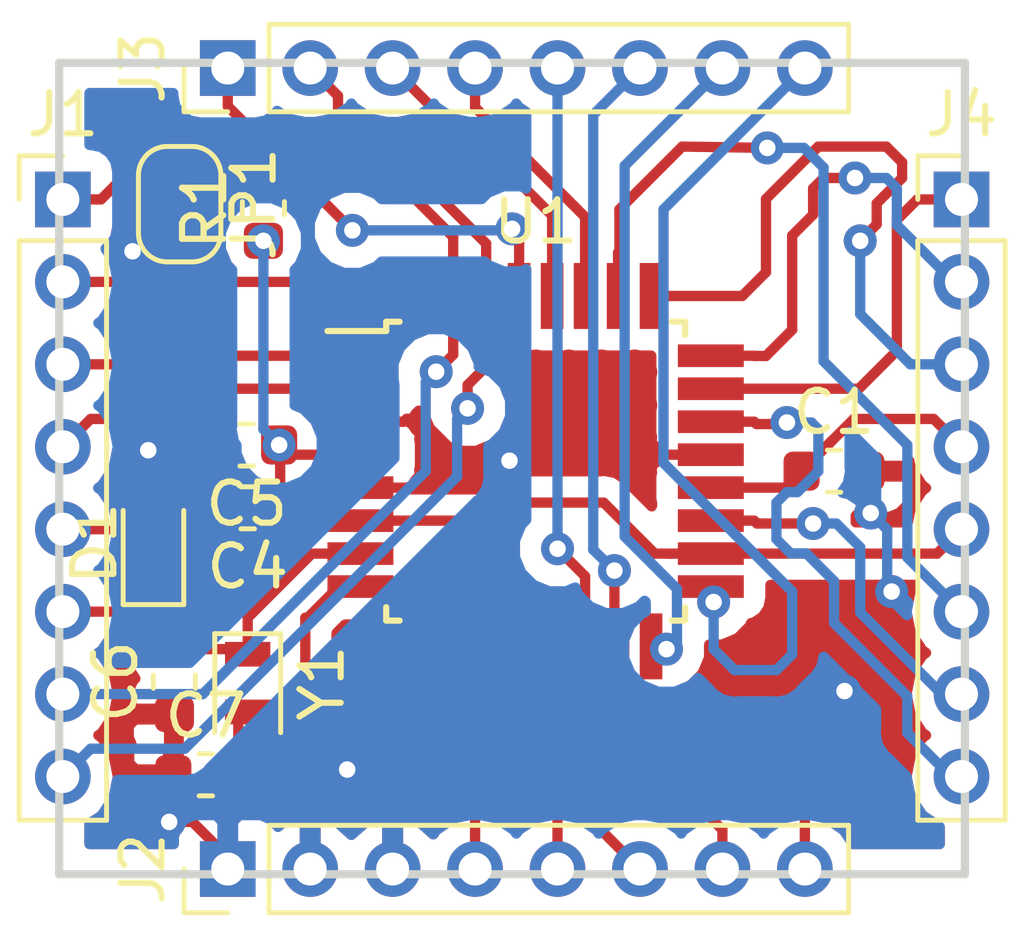
<source format=kicad_pcb>
(kicad_pcb (version 20171130) (host pcbnew 5.0.2+dfsg1-1)

  (general
    (thickness 1.6)
    (drawings 4)
    (tracks 270)
    (zones 0)
    (modules 14)
    (nets 30)
  )

  (page A4)
  (layers
    (0 F.Cu signal)
    (31 B.Cu signal)
    (32 B.Adhes user)
    (33 F.Adhes user)
    (34 B.Paste user)
    (35 F.Paste user)
    (36 B.SilkS user hide)
    (37 F.SilkS user hide)
    (38 B.Mask user)
    (39 F.Mask user)
    (40 Dwgs.User user hide)
    (41 Cmts.User user hide)
    (42 Eco1.User user hide)
    (43 Eco2.User user hide)
    (44 Edge.Cuts user)
    (45 Margin user hide)
    (46 B.CrtYd user hide)
    (47 F.CrtYd user hide)
    (48 B.Fab user hide)
    (49 F.Fab user hide)
  )

  (setup
    (last_trace_width 0.25)
    (user_trace_width 0.3)
    (user_trace_width 0.5)
    (trace_clearance 0.2)
    (zone_clearance 0.508)
    (zone_45_only no)
    (trace_min 0.2)
    (segment_width 0.2)
    (edge_width 0.15)
    (via_size 0.8)
    (via_drill 0.4)
    (via_min_size 0.4)
    (via_min_drill 0.3)
    (uvia_size 0.3)
    (uvia_drill 0.1)
    (uvias_allowed no)
    (uvia_min_size 0.2)
    (uvia_min_drill 0.1)
    (pcb_text_width 0.3)
    (pcb_text_size 1.5 1.5)
    (mod_edge_width 0.15)
    (mod_text_size 1 1)
    (mod_text_width 0.15)
    (pad_size 1.35 1.35)
    (pad_drill 0.8)
    (pad_to_mask_clearance 0.051)
    (solder_mask_min_width 0.25)
    (aux_axis_origin 0 0)
    (visible_elements FFFFFF7F)
    (pcbplotparams
      (layerselection 0x010fc_ffffffff)
      (usegerberextensions false)
      (usegerberattributes false)
      (usegerberadvancedattributes false)
      (creategerberjobfile false)
      (excludeedgelayer true)
      (linewidth 0.100000)
      (plotframeref false)
      (viasonmask false)
      (mode 1)
      (useauxorigin false)
      (hpglpennumber 1)
      (hpglpenspeed 20)
      (hpglpendiameter 15.000000)
      (psnegative false)
      (psa4output false)
      (plotreference true)
      (plotvalue true)
      (plotinvisibletext false)
      (padsonsilk false)
      (subtractmaskfromsilk false)
      (outputformat 1)
      (mirror false)
      (drillshape 1)
      (scaleselection 1)
      (outputdirectory ""))
  )

  (net 0 "")
  (net 1 AREF)
  (net 2 +5V)
  (net 3 "Net-(C6-Pad2)")
  (net 4 "Net-(C7-Pad2)")
  (net 5 +VDC)
  (net 6 TX)
  (net 7 RX)
  (net 8 RESET)
  (net 9 D9)
  (net 10 D8)
  (net 11 D7)
  (net 12 D6)
  (net 13 D5)
  (net 14 D4)
  (net 15 D3)
  (net 16 D2)
  (net 17 I2C_SDA)
  (net 18 I2C_SCL)
  (net 19 SPI_MISO)
  (net 20 SPI_MOSI)
  (net 21 SPI_SS)
  (net 22 SPI_SCK)
  (net 23 A0)
  (net 24 A1)
  (net 25 A2)
  (net 26 A3)
  (net 27 A6)
  (net 28 A7)
  (net 29 GND)

  (net_class Default "This is the default net class."
    (clearance 0.2)
    (trace_width 0.25)
    (via_dia 0.8)
    (via_drill 0.4)
    (uvia_dia 0.3)
    (uvia_drill 0.1)
    (add_net +5V)
    (add_net +VDC)
    (add_net A0)
    (add_net A1)
    (add_net A2)
    (add_net A3)
    (add_net A6)
    (add_net A7)
    (add_net AREF)
    (add_net D2)
    (add_net D3)
    (add_net D4)
    (add_net D5)
    (add_net D6)
    (add_net D7)
    (add_net D8)
    (add_net D9)
    (add_net GND)
    (add_net I2C_SCL)
    (add_net I2C_SDA)
    (add_net "Net-(C6-Pad2)")
    (add_net "Net-(C7-Pad2)")
    (add_net RESET)
    (add_net RX)
    (add_net SPI_MISO)
    (add_net SPI_MOSI)
    (add_net SPI_SCK)
    (add_net SPI_SS)
    (add_net TX)
  )

  (module Package_QFP:TQFP-32_7x7mm_P0.8mm (layer F.Cu) (tedit 5ED9DE69) (tstamp 5EE63D26)
    (at 69.469 37.592)
    (descr "32-Lead Plastic Thin Quad Flatpack (PT) - 7x7x1.0 mm Body, 2.00 mm [TQFP] (see Microchip Packaging Specification 00000049BS.pdf)")
    (tags "QFP 0.8")
    (path /5ED9C02B)
    (attr smd)
    (fp_text reference U1 (at 0 -6.05) (layer F.SilkS)
      (effects (font (size 1 1) (thickness 0.15)))
    )
    (fp_text value ATmega328P-AU (at 0 6.05) (layer F.Fab)
      (effects (font (size 1 1) (thickness 0.15)))
    )
    (fp_text user %R (at 0 0) (layer F.Fab)
      (effects (font (size 1 1) (thickness 0.15)))
    )
    (fp_line (start -2.5 -3.5) (end 3.5 -3.5) (layer F.Fab) (width 0.15))
    (fp_line (start 3.5 -3.5) (end 3.5 3.5) (layer F.Fab) (width 0.15))
    (fp_line (start 3.5 3.5) (end -3.5 3.5) (layer F.Fab) (width 0.15))
    (fp_line (start -3.5 3.5) (end -3.5 -2.5) (layer F.Fab) (width 0.15))
    (fp_line (start -3.5 -2.5) (end -2.5 -3.5) (layer F.Fab) (width 0.15))
    (fp_line (start -5.3 -5.3) (end -5.3 5.3) (layer F.CrtYd) (width 0.05))
    (fp_line (start 5.3 -5.3) (end 5.3 5.3) (layer F.CrtYd) (width 0.05))
    (fp_line (start -5.3 -5.3) (end 5.3 -5.3) (layer F.CrtYd) (width 0.05))
    (fp_line (start -5.3 5.3) (end 5.3 5.3) (layer F.CrtYd) (width 0.05))
    (fp_line (start -3.625 -3.625) (end -3.625 -3.4) (layer F.SilkS) (width 0.15))
    (fp_line (start 3.625 -3.625) (end 3.625 -3.3) (layer F.SilkS) (width 0.15))
    (fp_line (start 3.625 3.625) (end 3.625 3.3) (layer F.SilkS) (width 0.15))
    (fp_line (start -3.625 3.625) (end -3.625 3.3) (layer F.SilkS) (width 0.15))
    (fp_line (start -3.625 -3.625) (end -3.3 -3.625) (layer F.SilkS) (width 0.15))
    (fp_line (start -3.625 3.625) (end -3.3 3.625) (layer F.SilkS) (width 0.15))
    (fp_line (start 3.625 3.625) (end 3.3 3.625) (layer F.SilkS) (width 0.15))
    (fp_line (start 3.625 -3.625) (end 3.3 -3.625) (layer F.SilkS) (width 0.15))
    (fp_line (start -3.625 -3.4) (end -5.05 -3.4) (layer F.SilkS) (width 0.15))
    (pad 1 smd rect (at -4.25 -2.8) (size 1.6 0.55) (layers F.Cu F.Paste F.Mask)
      (net 15 D3))
    (pad 2 smd rect (at -4.25 -2) (size 1.6 0.55) (layers F.Cu F.Paste F.Mask)
      (net 14 D4))
    (pad 3 smd rect (at -4.25 -1.2) (size 1.6 0.55) (layers F.Cu F.Paste F.Mask)
      (net 29 GND))
    (pad 4 smd rect (at -4.25 -0.4) (size 1.6 0.55) (layers F.Cu F.Paste F.Mask)
      (net 2 +5V))
    (pad 5 smd rect (at -4.25 0.4) (size 1.6 0.55) (layers F.Cu F.Paste F.Mask)
      (net 29 GND))
    (pad 6 smd rect (at -4.25 1.2) (size 1.6 0.55) (layers F.Cu F.Paste F.Mask)
      (net 2 +5V))
    (pad 7 smd rect (at -4.25 2) (size 1.6 0.55) (layers F.Cu F.Paste F.Mask)
      (net 3 "Net-(C6-Pad2)"))
    (pad 8 smd rect (at -4.25 2.8) (size 1.6 0.55) (layers F.Cu F.Paste F.Mask)
      (net 4 "Net-(C7-Pad2)"))
    (pad 9 smd rect (at -2.8 4.25 90) (size 1.6 0.55) (layers F.Cu F.Paste F.Mask)
      (net 13 D5))
    (pad 10 smd rect (at -2 4.25 90) (size 1.6 0.55) (layers F.Cu F.Paste F.Mask)
      (net 12 D6))
    (pad 11 smd rect (at -1.2 4.25 90) (size 1.6 0.55) (layers F.Cu F.Paste F.Mask)
      (net 11 D7))
    (pad 12 smd rect (at -0.4 4.25 90) (size 1.6 0.55) (layers F.Cu F.Paste F.Mask)
      (net 10 D8))
    (pad 13 smd rect (at 0.4 4.25 90) (size 1.6 0.55) (layers F.Cu F.Paste F.Mask)
      (net 9 D9))
    (pad 14 smd rect (at 1.2 4.25 90) (size 1.6 0.55) (layers F.Cu F.Paste F.Mask)
      (net 21 SPI_SS))
    (pad 15 smd rect (at 2 4.25 90) (size 1.6 0.55) (layers F.Cu F.Paste F.Mask)
      (net 20 SPI_MOSI))
    (pad 16 smd rect (at 2.8 4.25 90) (size 1.6 0.55) (layers F.Cu F.Paste F.Mask)
      (net 19 SPI_MISO))
    (pad 17 smd rect (at 4.25 2.8) (size 1.6 0.55) (layers F.Cu F.Paste F.Mask)
      (net 22 SPI_SCK))
    (pad 18 smd rect (at 4.25 2) (size 1.6 0.55) (layers F.Cu F.Paste F.Mask)
      (net 2 +5V))
    (pad 19 smd rect (at 4.25 1.2) (size 1.6 0.55) (layers F.Cu F.Paste F.Mask)
      (net 27 A6))
    (pad 20 smd rect (at 4.25 0.4) (size 1.6 0.55) (layers F.Cu F.Paste F.Mask)
      (net 1 AREF))
    (pad 21 smd rect (at 4.25 -0.4) (size 1.6 0.55) (layers F.Cu F.Paste F.Mask)
      (net 29 GND))
    (pad 22 smd rect (at 4.25 -1.2) (size 1.6 0.55) (layers F.Cu F.Paste F.Mask)
      (net 28 A7))
    (pad 23 smd rect (at 4.25 -2) (size 1.6 0.55) (layers F.Cu F.Paste F.Mask)
      (net 23 A0))
    (pad 24 smd rect (at 4.25 -2.8) (size 1.6 0.55) (layers F.Cu F.Paste F.Mask)
      (net 24 A1))
    (pad 25 smd rect (at 2.8 -4.25 90) (size 1.6 0.55) (layers F.Cu F.Paste F.Mask)
      (net 25 A2))
    (pad 26 smd rect (at 2 -4.25 90) (size 1.6 0.55) (layers F.Cu F.Paste F.Mask)
      (net 26 A3))
    (pad 27 smd rect (at 1.2 -4.25 90) (size 1.6 0.55) (layers F.Cu F.Paste F.Mask)
      (net 17 I2C_SDA))
    (pad 28 smd rect (at 0.4 -4.25 90) (size 1.6 0.55) (layers F.Cu F.Paste F.Mask)
      (net 18 I2C_SCL))
    (pad 29 smd rect (at -0.4 -4.25 90) (size 1.6 0.55) (layers F.Cu F.Paste F.Mask)
      (net 8 RESET))
    (pad 30 smd rect (at -1.2 -4.25 90) (size 1.6 0.55) (layers F.Cu F.Paste F.Mask)
      (net 7 RX))
    (pad 31 smd rect (at -2 -4.25 90) (size 1.6 0.55) (layers F.Cu F.Paste F.Mask)
      (net 6 TX))
    (pad 32 smd rect (at -2.8 -4.25 90) (size 1.6 0.55) (layers F.Cu F.Paste F.Mask)
      (net 16 D2))
    (model ${KISYS3DMOD}/Package_QFP.3dshapes/TQFP-32_7x7mm_P0.8mm.wrl
      (at (xyz 0 0 0))
      (scale (xyz 1 1 1))
      (rotate (xyz 0 0 0))
    )
  )

  (module Connector_PinHeader_2.00mm:PinHeader_1x08_P2.00mm_Vertical (layer F.Cu) (tedit 59FED667) (tstamp 5EE6C35A)
    (at 62 27.813 90)
    (descr "Through hole straight pin header, 1x08, 2.00mm pitch, single row")
    (tags "Through hole pin header THT 1x08 2.00mm single row")
    (path /5EDBA501)
    (fp_text reference J3 (at 0 -2.06 90) (layer F.SilkS)
      (effects (font (size 1 1) (thickness 0.15)))
    )
    (fp_text value HEADER_UP (at 0 16.06 90) (layer F.Fab)
      (effects (font (size 1 1) (thickness 0.15)))
    )
    (fp_text user %R (at 0 7 180) (layer F.Fab)
      (effects (font (size 1 1) (thickness 0.15)))
    )
    (fp_line (start 1.5 -1.5) (end -1.5 -1.5) (layer F.CrtYd) (width 0.05))
    (fp_line (start 1.5 15.5) (end 1.5 -1.5) (layer F.CrtYd) (width 0.05))
    (fp_line (start -1.5 15.5) (end 1.5 15.5) (layer F.CrtYd) (width 0.05))
    (fp_line (start -1.5 -1.5) (end -1.5 15.5) (layer F.CrtYd) (width 0.05))
    (fp_line (start -1.06 -1.06) (end 0 -1.06) (layer F.SilkS) (width 0.12))
    (fp_line (start -1.06 0) (end -1.06 -1.06) (layer F.SilkS) (width 0.12))
    (fp_line (start -1.06 1) (end 1.06 1) (layer F.SilkS) (width 0.12))
    (fp_line (start 1.06 1) (end 1.06 15.06) (layer F.SilkS) (width 0.12))
    (fp_line (start -1.06 1) (end -1.06 15.06) (layer F.SilkS) (width 0.12))
    (fp_line (start -1.06 15.06) (end 1.06 15.06) (layer F.SilkS) (width 0.12))
    (fp_line (start -1 -0.5) (end -0.5 -1) (layer F.Fab) (width 0.1))
    (fp_line (start -1 15) (end -1 -0.5) (layer F.Fab) (width 0.1))
    (fp_line (start 1 15) (end -1 15) (layer F.Fab) (width 0.1))
    (fp_line (start 1 -1) (end 1 15) (layer F.Fab) (width 0.1))
    (fp_line (start -0.5 -1) (end 1 -1) (layer F.Fab) (width 0.1))
    (pad 8 thru_hole oval (at 0 14 90) (size 1.35 1.35) (drill 0.8) (layers *.Cu *.Mask)
      (net 22 SPI_SCK))
    (pad 7 thru_hole oval (at 0 12 90) (size 1.35 1.35) (drill 0.8) (layers *.Cu *.Mask)
      (net 19 SPI_MISO))
    (pad 6 thru_hole oval (at 0 10 90) (size 1.35 1.35) (drill 0.8) (layers *.Cu *.Mask)
      (net 20 SPI_MOSI))
    (pad 5 thru_hole oval (at 0 8 90) (size 1.35 1.35) (drill 0.8) (layers *.Cu *.Mask)
      (net 21 SPI_SS))
    (pad 4 thru_hole oval (at 0 6 90) (size 1.35 1.35) (drill 0.8) (layers *.Cu *.Mask)
      (net 17 I2C_SDA))
    (pad 3 thru_hole oval (at 0 4 90) (size 1.35 1.35) (drill 0.8) (layers *.Cu *.Mask)
      (net 18 I2C_SCL))
    (pad 2 thru_hole oval (at 0 2 90) (size 1.35 1.35) (drill 0.8) (layers *.Cu *.Mask)
      (net 7 RX))
    (pad 1 thru_hole rect (at 0 0 90) (size 1.35 1.35) (drill 0.8) (layers *.Cu *.Mask)
      (net 6 TX))
    (model ${KISYS3DMOD}/Connector_PinHeader_2.00mm.3dshapes/PinHeader_1x08_P2.00mm_Vertical.wrl
      (at (xyz 0 0 0))
      (scale (xyz 1 1 1))
      (rotate (xyz 0 0 0))
    )
  )

  (module Capacitor_SMD:C_0603_1608Metric (layer F.Cu) (tedit 5B301BBE) (tstamp 5EE67DF3)
    (at 61.468 44.958)
    (descr "Capacitor SMD 0603 (1608 Metric), square (rectangular) end terminal, IPC_7351 nominal, (Body size source: http://www.tortai-tech.com/upload/download/2011102023233369053.pdf), generated with kicad-footprint-generator")
    (tags capacitor)
    (path /5ED9E823)
    (attr smd)
    (fp_text reference C7 (at 0 -1.43) (layer F.SilkS)
      (effects (font (size 1 1) (thickness 0.15)))
    )
    (fp_text value 22pF (at 0 1.43) (layer F.Fab)
      (effects (font (size 1 1) (thickness 0.15)))
    )
    (fp_line (start -0.8 0.4) (end -0.8 -0.4) (layer F.Fab) (width 0.1))
    (fp_line (start -0.8 -0.4) (end 0.8 -0.4) (layer F.Fab) (width 0.1))
    (fp_line (start 0.8 -0.4) (end 0.8 0.4) (layer F.Fab) (width 0.1))
    (fp_line (start 0.8 0.4) (end -0.8 0.4) (layer F.Fab) (width 0.1))
    (fp_line (start -0.162779 -0.51) (end 0.162779 -0.51) (layer F.SilkS) (width 0.12))
    (fp_line (start -0.162779 0.51) (end 0.162779 0.51) (layer F.SilkS) (width 0.12))
    (fp_line (start -1.48 0.73) (end -1.48 -0.73) (layer F.CrtYd) (width 0.05))
    (fp_line (start -1.48 -0.73) (end 1.48 -0.73) (layer F.CrtYd) (width 0.05))
    (fp_line (start 1.48 -0.73) (end 1.48 0.73) (layer F.CrtYd) (width 0.05))
    (fp_line (start 1.48 0.73) (end -1.48 0.73) (layer F.CrtYd) (width 0.05))
    (fp_text user %R (at 0 0) (layer F.Fab)
      (effects (font (size 0.4 0.4) (thickness 0.06)))
    )
    (pad 1 smd roundrect (at -0.7875 0) (size 0.875 0.95) (layers F.Cu F.Paste F.Mask) (roundrect_rratio 0.25)
      (net 29 GND))
    (pad 2 smd roundrect (at 0.7875 0) (size 0.875 0.95) (layers F.Cu F.Paste F.Mask) (roundrect_rratio 0.25)
      (net 4 "Net-(C7-Pad2)"))
    (model ${KISYS3DMOD}/Capacitor_SMD.3dshapes/C_0603_1608Metric.wrl
      (at (xyz 0 0 0))
      (scale (xyz 1 1 1))
      (rotate (xyz 0 0 0))
    )
  )

  (module Capacitor_SMD:C_0603_1608Metric (layer F.Cu) (tedit 5B301BBE) (tstamp 5EE67DE3)
    (at 60.706 42.6975 90)
    (descr "Capacitor SMD 0603 (1608 Metric), square (rectangular) end terminal, IPC_7351 nominal, (Body size source: http://www.tortai-tech.com/upload/download/2011102023233369053.pdf), generated with kicad-footprint-generator")
    (tags capacitor)
    (path /5ED9E7CD)
    (attr smd)
    (fp_text reference C6 (at 0 -1.43 90) (layer F.SilkS)
      (effects (font (size 1 1) (thickness 0.15)))
    )
    (fp_text value 22pF (at 0 1.43 90) (layer F.Fab)
      (effects (font (size 1 1) (thickness 0.15)))
    )
    (fp_text user %R (at 0 0 90) (layer F.Fab)
      (effects (font (size 0.4 0.4) (thickness 0.06)))
    )
    (fp_line (start 1.48 0.73) (end -1.48 0.73) (layer F.CrtYd) (width 0.05))
    (fp_line (start 1.48 -0.73) (end 1.48 0.73) (layer F.CrtYd) (width 0.05))
    (fp_line (start -1.48 -0.73) (end 1.48 -0.73) (layer F.CrtYd) (width 0.05))
    (fp_line (start -1.48 0.73) (end -1.48 -0.73) (layer F.CrtYd) (width 0.05))
    (fp_line (start -0.162779 0.51) (end 0.162779 0.51) (layer F.SilkS) (width 0.12))
    (fp_line (start -0.162779 -0.51) (end 0.162779 -0.51) (layer F.SilkS) (width 0.12))
    (fp_line (start 0.8 0.4) (end -0.8 0.4) (layer F.Fab) (width 0.1))
    (fp_line (start 0.8 -0.4) (end 0.8 0.4) (layer F.Fab) (width 0.1))
    (fp_line (start -0.8 -0.4) (end 0.8 -0.4) (layer F.Fab) (width 0.1))
    (fp_line (start -0.8 0.4) (end -0.8 -0.4) (layer F.Fab) (width 0.1))
    (pad 2 smd roundrect (at 0.7875 0 90) (size 0.875 0.95) (layers F.Cu F.Paste F.Mask) (roundrect_rratio 0.25)
      (net 3 "Net-(C6-Pad2)"))
    (pad 1 smd roundrect (at -0.7875 0 90) (size 0.875 0.95) (layers F.Cu F.Paste F.Mask) (roundrect_rratio 0.25)
      (net 29 GND))
    (model ${KISYS3DMOD}/Capacitor_SMD.3dshapes/C_0603_1608Metric.wrl
      (at (xyz 0 0 0))
      (scale (xyz 1 1 1))
      (rotate (xyz 0 0 0))
    )
  )

  (module Capacitor_SMD:C_0603_1608Metric (layer F.Cu) (tedit 5B301BBE) (tstamp 5EE67DD3)
    (at 62.4585 36.957 180)
    (descr "Capacitor SMD 0603 (1608 Metric), square (rectangular) end terminal, IPC_7351 nominal, (Body size source: http://www.tortai-tech.com/upload/download/2011102023233369053.pdf), generated with kicad-footprint-generator")
    (tags capacitor)
    (path /5ED9C503)
    (attr smd)
    (fp_text reference C5 (at 0 -1.43 180) (layer F.SilkS)
      (effects (font (size 1 1) (thickness 0.15)))
    )
    (fp_text value 10uF (at 0 1.43 180) (layer F.Fab)
      (effects (font (size 1 1) (thickness 0.15)))
    )
    (fp_line (start -0.8 0.4) (end -0.8 -0.4) (layer F.Fab) (width 0.1))
    (fp_line (start -0.8 -0.4) (end 0.8 -0.4) (layer F.Fab) (width 0.1))
    (fp_line (start 0.8 -0.4) (end 0.8 0.4) (layer F.Fab) (width 0.1))
    (fp_line (start 0.8 0.4) (end -0.8 0.4) (layer F.Fab) (width 0.1))
    (fp_line (start -0.162779 -0.51) (end 0.162779 -0.51) (layer F.SilkS) (width 0.12))
    (fp_line (start -0.162779 0.51) (end 0.162779 0.51) (layer F.SilkS) (width 0.12))
    (fp_line (start -1.48 0.73) (end -1.48 -0.73) (layer F.CrtYd) (width 0.05))
    (fp_line (start -1.48 -0.73) (end 1.48 -0.73) (layer F.CrtYd) (width 0.05))
    (fp_line (start 1.48 -0.73) (end 1.48 0.73) (layer F.CrtYd) (width 0.05))
    (fp_line (start 1.48 0.73) (end -1.48 0.73) (layer F.CrtYd) (width 0.05))
    (fp_text user %R (at 0 0 180) (layer F.Fab)
      (effects (font (size 0.4 0.4) (thickness 0.06)))
    )
    (pad 1 smd roundrect (at -0.7875 0 180) (size 0.875 0.95) (layers F.Cu F.Paste F.Mask) (roundrect_rratio 0.25)
      (net 2 +5V))
    (pad 2 smd roundrect (at 0.7875 0 180) (size 0.875 0.95) (layers F.Cu F.Paste F.Mask) (roundrect_rratio 0.25)
      (net 29 GND))
    (model ${KISYS3DMOD}/Capacitor_SMD.3dshapes/C_0603_1608Metric.wrl
      (at (xyz 0 0 0))
      (scale (xyz 1 1 1))
      (rotate (xyz 0 0 0))
    )
  )

  (module Capacitor_SMD:C_0603_1608Metric (layer F.Cu) (tedit 5B301BBE) (tstamp 5EE67DC3)
    (at 62.484 38.481 180)
    (descr "Capacitor SMD 0603 (1608 Metric), square (rectangular) end terminal, IPC_7351 nominal, (Body size source: http://www.tortai-tech.com/upload/download/2011102023233369053.pdf), generated with kicad-footprint-generator")
    (tags capacitor)
    (path /5ED9C4D7)
    (attr smd)
    (fp_text reference C4 (at 0 -1.43 180) (layer F.SilkS)
      (effects (font (size 1 1) (thickness 0.15)))
    )
    (fp_text value 0.1uF (at 0 1.43 180) (layer F.Fab)
      (effects (font (size 1 1) (thickness 0.15)))
    )
    (fp_text user %R (at 0 0 180) (layer F.Fab)
      (effects (font (size 0.4 0.4) (thickness 0.06)))
    )
    (fp_line (start 1.48 0.73) (end -1.48 0.73) (layer F.CrtYd) (width 0.05))
    (fp_line (start 1.48 -0.73) (end 1.48 0.73) (layer F.CrtYd) (width 0.05))
    (fp_line (start -1.48 -0.73) (end 1.48 -0.73) (layer F.CrtYd) (width 0.05))
    (fp_line (start -1.48 0.73) (end -1.48 -0.73) (layer F.CrtYd) (width 0.05))
    (fp_line (start -0.162779 0.51) (end 0.162779 0.51) (layer F.SilkS) (width 0.12))
    (fp_line (start -0.162779 -0.51) (end 0.162779 -0.51) (layer F.SilkS) (width 0.12))
    (fp_line (start 0.8 0.4) (end -0.8 0.4) (layer F.Fab) (width 0.1))
    (fp_line (start 0.8 -0.4) (end 0.8 0.4) (layer F.Fab) (width 0.1))
    (fp_line (start -0.8 -0.4) (end 0.8 -0.4) (layer F.Fab) (width 0.1))
    (fp_line (start -0.8 0.4) (end -0.8 -0.4) (layer F.Fab) (width 0.1))
    (pad 2 smd roundrect (at 0.7875 0 180) (size 0.875 0.95) (layers F.Cu F.Paste F.Mask) (roundrect_rratio 0.25)
      (net 29 GND))
    (pad 1 smd roundrect (at -0.7875 0 180) (size 0.875 0.95) (layers F.Cu F.Paste F.Mask) (roundrect_rratio 0.25)
      (net 2 +5V))
    (model ${KISYS3DMOD}/Capacitor_SMD.3dshapes/C_0603_1608Metric.wrl
      (at (xyz 0 0 0))
      (scale (xyz 1 1 1))
      (rotate (xyz 0 0 0))
    )
  )

  (module Capacitor_SMD:C_0603_1608Metric (layer F.Cu) (tedit 5B301BBE) (tstamp 5EE67DB3)
    (at 76.708 37.592)
    (descr "Capacitor SMD 0603 (1608 Metric), square (rectangular) end terminal, IPC_7351 nominal, (Body size source: http://www.tortai-tech.com/upload/download/2011102023233369053.pdf), generated with kicad-footprint-generator")
    (tags capacitor)
    (path /5ED9FCAD)
    (attr smd)
    (fp_text reference C1 (at 0 -1.43) (layer F.SilkS)
      (effects (font (size 1 1) (thickness 0.15)))
    )
    (fp_text value 100nF (at 0 1.43) (layer F.Fab)
      (effects (font (size 1 1) (thickness 0.15)))
    )
    (fp_line (start -0.8 0.4) (end -0.8 -0.4) (layer F.Fab) (width 0.1))
    (fp_line (start -0.8 -0.4) (end 0.8 -0.4) (layer F.Fab) (width 0.1))
    (fp_line (start 0.8 -0.4) (end 0.8 0.4) (layer F.Fab) (width 0.1))
    (fp_line (start 0.8 0.4) (end -0.8 0.4) (layer F.Fab) (width 0.1))
    (fp_line (start -0.162779 -0.51) (end 0.162779 -0.51) (layer F.SilkS) (width 0.12))
    (fp_line (start -0.162779 0.51) (end 0.162779 0.51) (layer F.SilkS) (width 0.12))
    (fp_line (start -1.48 0.73) (end -1.48 -0.73) (layer F.CrtYd) (width 0.05))
    (fp_line (start -1.48 -0.73) (end 1.48 -0.73) (layer F.CrtYd) (width 0.05))
    (fp_line (start 1.48 -0.73) (end 1.48 0.73) (layer F.CrtYd) (width 0.05))
    (fp_line (start 1.48 0.73) (end -1.48 0.73) (layer F.CrtYd) (width 0.05))
    (fp_text user %R (at 0 0) (layer F.Fab)
      (effects (font (size 0.4 0.4) (thickness 0.06)))
    )
    (pad 1 smd roundrect (at -0.7875 0) (size 0.875 0.95) (layers F.Cu F.Paste F.Mask) (roundrect_rratio 0.25)
      (net 1 AREF))
    (pad 2 smd roundrect (at 0.7875 0) (size 0.875 0.95) (layers F.Cu F.Paste F.Mask) (roundrect_rratio 0.25)
      (net 29 GND))
    (model ${KISYS3DMOD}/Capacitor_SMD.3dshapes/C_0603_1608Metric.wrl
      (at (xyz 0 0 0))
      (scale (xyz 1 1 1))
      (rotate (xyz 0 0 0))
    )
  )

  (module Diode_SMD:D_0603_1608Metric (layer F.Cu) (tedit 5B301BBE) (tstamp 5EE67C9D)
    (at 60.198 39.3445 90)
    (descr "Diode SMD 0603 (1608 Metric), square (rectangular) end terminal, IPC_7351 nominal, (Body size source: http://www.tortai-tech.com/upload/download/2011102023233369053.pdf), generated with kicad-footprint-generator")
    (tags diode)
    (path /5ED9C810)
    (attr smd)
    (fp_text reference D1 (at 0 -1.43 90) (layer F.SilkS)
      (effects (font (size 1 1) (thickness 0.15)))
    )
    (fp_text value 1N5822 (at 0 1.43 90) (layer F.Fab)
      (effects (font (size 1 1) (thickness 0.15)))
    )
    (fp_line (start 0.8 -0.4) (end -0.5 -0.4) (layer F.Fab) (width 0.1))
    (fp_line (start -0.5 -0.4) (end -0.8 -0.1) (layer F.Fab) (width 0.1))
    (fp_line (start -0.8 -0.1) (end -0.8 0.4) (layer F.Fab) (width 0.1))
    (fp_line (start -0.8 0.4) (end 0.8 0.4) (layer F.Fab) (width 0.1))
    (fp_line (start 0.8 0.4) (end 0.8 -0.4) (layer F.Fab) (width 0.1))
    (fp_line (start 0.8 -0.735) (end -1.485 -0.735) (layer F.SilkS) (width 0.12))
    (fp_line (start -1.485 -0.735) (end -1.485 0.735) (layer F.SilkS) (width 0.12))
    (fp_line (start -1.485 0.735) (end 0.8 0.735) (layer F.SilkS) (width 0.12))
    (fp_line (start -1.48 0.73) (end -1.48 -0.73) (layer F.CrtYd) (width 0.05))
    (fp_line (start -1.48 -0.73) (end 1.48 -0.73) (layer F.CrtYd) (width 0.05))
    (fp_line (start 1.48 -0.73) (end 1.48 0.73) (layer F.CrtYd) (width 0.05))
    (fp_line (start 1.48 0.73) (end -1.48 0.73) (layer F.CrtYd) (width 0.05))
    (fp_text user %R (at 0 0 90) (layer F.Fab)
      (effects (font (size 0.4 0.4) (thickness 0.06)))
    )
    (pad 1 smd roundrect (at -0.7875 0 90) (size 0.875 0.95) (layers F.Cu F.Paste F.Mask) (roundrect_rratio 0.25)
      (net 2 +5V))
    (pad 2 smd roundrect (at 0.7875 0 90) (size 0.875 0.95) (layers F.Cu F.Paste F.Mask) (roundrect_rratio 0.25)
      (net 5 +VDC))
    (model ${KISYS3DMOD}/Diode_SMD.3dshapes/D_0603_1608Metric.wrl
      (at (xyz 0 0 0))
      (scale (xyz 1 1 1))
      (rotate (xyz 0 0 0))
    )
  )

  (module Resistor_SMD:R_0603_1608Metric (layer F.Cu) (tedit 5B301BBD) (tstamp 5EE67BFF)
    (at 62.865 31.2165 90)
    (descr "Resistor SMD 0603 (1608 Metric), square (rectangular) end terminal, IPC_7351 nominal, (Body size source: http://www.tortai-tech.com/upload/download/2011102023233369053.pdf), generated with kicad-footprint-generator")
    (tags resistor)
    (path /5EDA12B8)
    (attr smd)
    (fp_text reference R1 (at 0 -1.43 90) (layer F.SilkS)
      (effects (font (size 1 1) (thickness 0.15)))
    )
    (fp_text value 10K (at 0 1.43 90) (layer F.Fab)
      (effects (font (size 1 1) (thickness 0.15)))
    )
    (fp_line (start -0.8 0.4) (end -0.8 -0.4) (layer F.Fab) (width 0.1))
    (fp_line (start -0.8 -0.4) (end 0.8 -0.4) (layer F.Fab) (width 0.1))
    (fp_line (start 0.8 -0.4) (end 0.8 0.4) (layer F.Fab) (width 0.1))
    (fp_line (start 0.8 0.4) (end -0.8 0.4) (layer F.Fab) (width 0.1))
    (fp_line (start -0.162779 -0.51) (end 0.162779 -0.51) (layer F.SilkS) (width 0.12))
    (fp_line (start -0.162779 0.51) (end 0.162779 0.51) (layer F.SilkS) (width 0.12))
    (fp_line (start -1.48 0.73) (end -1.48 -0.73) (layer F.CrtYd) (width 0.05))
    (fp_line (start -1.48 -0.73) (end 1.48 -0.73) (layer F.CrtYd) (width 0.05))
    (fp_line (start 1.48 -0.73) (end 1.48 0.73) (layer F.CrtYd) (width 0.05))
    (fp_line (start 1.48 0.73) (end -1.48 0.73) (layer F.CrtYd) (width 0.05))
    (fp_text user %R (at 0 -0.0255 90) (layer F.Fab)
      (effects (font (size 0.4 0.4) (thickness 0.06)))
    )
    (pad 1 smd roundrect (at -0.7875 0 90) (size 0.875 0.95) (layers F.Cu F.Paste F.Mask) (roundrect_rratio 0.25)
      (net 2 +5V))
    (pad 2 smd roundrect (at 0.7875 0 90) (size 0.875 0.95) (layers F.Cu F.Paste F.Mask) (roundrect_rratio 0.25)
      (net 8 RESET))
    (model ${KISYS3DMOD}/Resistor_SMD.3dshapes/R_0603_1608Metric.wrl
      (at (xyz 0 0 0))
      (scale (xyz 1 1 1))
      (rotate (xyz 0 0 0))
    )
  )

  (module Jumper:SolderJumper-2_P1.3mm_Open_RoundedPad1.0x1.5mm (layer F.Cu) (tedit 5B391E66) (tstamp 5EE6804D)
    (at 60.833 31.115 270)
    (descr "SMD Solder Jumper, 1x1.5mm, rounded Pads, 0.3mm gap, open")
    (tags "solder jumper open")
    (path /5EE19315)
    (attr virtual)
    (fp_text reference JP1 (at 0 -1.8 270) (layer F.SilkS)
      (effects (font (size 1 1) (thickness 0.15)))
    )
    (fp_text value jumper_reset (at 0 1.9 270) (layer F.Fab)
      (effects (font (size 1 1) (thickness 0.15)))
    )
    (fp_arc (start 0.7 -0.3) (end 1.4 -0.3) (angle -90) (layer F.SilkS) (width 0.12))
    (fp_arc (start 0.7 0.3) (end 0.7 1) (angle -90) (layer F.SilkS) (width 0.12))
    (fp_arc (start -0.7 0.3) (end -1.4 0.3) (angle -90) (layer F.SilkS) (width 0.12))
    (fp_arc (start -0.7 -0.3) (end -0.7 -1) (angle -90) (layer F.SilkS) (width 0.12))
    (fp_line (start -1.4 0.3) (end -1.4 -0.3) (layer F.SilkS) (width 0.12))
    (fp_line (start 0.7 1) (end -0.7 1) (layer F.SilkS) (width 0.12))
    (fp_line (start 1.4 -0.3) (end 1.4 0.3) (layer F.SilkS) (width 0.12))
    (fp_line (start -0.7 -1) (end 0.7 -1) (layer F.SilkS) (width 0.12))
    (fp_line (start -1.65 -1.25) (end 1.65 -1.25) (layer F.CrtYd) (width 0.05))
    (fp_line (start -1.65 -1.25) (end -1.65 1.25) (layer F.CrtYd) (width 0.05))
    (fp_line (start 1.65 1.25) (end 1.65 -1.25) (layer F.CrtYd) (width 0.05))
    (fp_line (start 1.65 1.25) (end -1.65 1.25) (layer F.CrtYd) (width 0.05))
    (pad 1 smd custom (at -0.65 0 270) (size 1 0.5) (layers F.Cu F.Mask)
      (net 8 RESET) (zone_connect 0)
      (options (clearance outline) (anchor rect))
      (primitives
        (gr_circle (center 0 0.25) (end 0.5 0.25) (width 0))
        (gr_circle (center 0 -0.25) (end 0.5 -0.25) (width 0))
        (gr_poly (pts
           (xy 0 -0.75) (xy 0.5 -0.75) (xy 0.5 0.75) (xy 0 0.75)) (width 0))
      ))
    (pad 2 smd custom (at 0.65 0 270) (size 1 0.5) (layers F.Cu F.Mask)
      (net 29 GND) (zone_connect 0)
      (options (clearance outline) (anchor rect))
      (primitives
        (gr_circle (center 0 0.25) (end 0.5 0.25) (width 0))
        (gr_circle (center 0 -0.25) (end 0.5 -0.25) (width 0))
        (gr_poly (pts
           (xy 0 -0.75) (xy -0.5 -0.75) (xy -0.5 0.75) (xy 0 0.75)) (width 0))
      ))
  )

  (module Connector_PinHeader_2.00mm:PinHeader_1x08_P2.00mm_Vertical (layer F.Cu) (tedit 59FED667) (tstamp 5EE657E4)
    (at 79.8 31)
    (descr "Through hole straight pin header, 1x08, 2.00mm pitch, single row")
    (tags "Through hole pin header THT 1x08 2.00mm single row")
    (path /5EDBA2DA)
    (fp_text reference J4 (at 0 -2.06) (layer F.SilkS)
      (effects (font (size 1 1) (thickness 0.15)))
    )
    (fp_text value HEADER_RIGHT (at 0 16.06) (layer F.Fab)
      (effects (font (size 1 1) (thickness 0.15)))
    )
    (fp_line (start -0.5 -1) (end 1 -1) (layer F.Fab) (width 0.1))
    (fp_line (start 1 -1) (end 1 15) (layer F.Fab) (width 0.1))
    (fp_line (start 1 15) (end -1 15) (layer F.Fab) (width 0.1))
    (fp_line (start -1 15) (end -1 -0.5) (layer F.Fab) (width 0.1))
    (fp_line (start -1 -0.5) (end -0.5 -1) (layer F.Fab) (width 0.1))
    (fp_line (start -1.06 15.06) (end 1.06 15.06) (layer F.SilkS) (width 0.12))
    (fp_line (start -1.06 1) (end -1.06 15.06) (layer F.SilkS) (width 0.12))
    (fp_line (start 1.06 1) (end 1.06 15.06) (layer F.SilkS) (width 0.12))
    (fp_line (start -1.06 1) (end 1.06 1) (layer F.SilkS) (width 0.12))
    (fp_line (start -1.06 0) (end -1.06 -1.06) (layer F.SilkS) (width 0.12))
    (fp_line (start -1.06 -1.06) (end 0 -1.06) (layer F.SilkS) (width 0.12))
    (fp_line (start -1.5 -1.5) (end -1.5 15.5) (layer F.CrtYd) (width 0.05))
    (fp_line (start -1.5 15.5) (end 1.5 15.5) (layer F.CrtYd) (width 0.05))
    (fp_line (start 1.5 15.5) (end 1.5 -1.5) (layer F.CrtYd) (width 0.05))
    (fp_line (start 1.5 -1.5) (end -1.5 -1.5) (layer F.CrtYd) (width 0.05))
    (fp_text user %R (at 0 7 90) (layer F.Fab)
      (effects (font (size 1 1) (thickness 0.15)))
    )
    (pad 1 thru_hole rect (at 0 0) (size 1.35 1.35) (drill 0.8) (layers *.Cu *.Mask)
      (net 23 A0))
    (pad 2 thru_hole oval (at 0 2) (size 1.35 1.35) (drill 0.8) (layers *.Cu *.Mask)
      (net 24 A1))
    (pad 3 thru_hole oval (at 0 4) (size 1.35 1.35) (drill 0.8) (layers *.Cu *.Mask)
      (net 25 A2))
    (pad 4 thru_hole oval (at 0 6) (size 1.35 1.35) (drill 0.8) (layers *.Cu *.Mask)
      (net 1 AREF))
    (pad 5 thru_hole oval (at 0 8) (size 1.35 1.35) (drill 0.8) (layers *.Cu *.Mask)
      (net 2 +5V))
    (pad 6 thru_hole oval (at 0 10) (size 1.35 1.35) (drill 0.8) (layers *.Cu *.Mask)
      (net 26 A3))
    (pad 7 thru_hole oval (at 0 12) (size 1.35 1.35) (drill 0.8) (layers *.Cu *.Mask)
      (net 27 A6))
    (pad 8 thru_hole oval (at 0 14) (size 1.35 1.35) (drill 0.8) (layers *.Cu *.Mask)
      (net 28 A7))
    (model ${KISYS3DMOD}/Connector_PinHeader_2.00mm.3dshapes/PinHeader_1x08_P2.00mm_Vertical.wrl
      (at (xyz 0 0 0))
      (scale (xyz 1 1 1))
      (rotate (xyz 0 0 0))
    )
  )

  (module Connector_PinHeader_2.00mm:PinHeader_1x08_P2.00mm_Vertical (layer F.Cu) (tedit 59FED667) (tstamp 5EE65620)
    (at 62 47.244 90)
    (descr "Through hole straight pin header, 1x08, 2.00mm pitch, single row")
    (tags "Through hole pin header THT 1x08 2.00mm single row")
    (path /5EDBA3C6)
    (fp_text reference J2 (at 0 -2.06 90) (layer F.SilkS)
      (effects (font (size 1 1) (thickness 0.15)))
    )
    (fp_text value HEADER_BOTTOM (at 0 16.06 90) (layer F.Fab)
      (effects (font (size 1 1) (thickness 0.15)))
    )
    (fp_line (start -0.5 -1) (end 1 -1) (layer F.Fab) (width 0.1))
    (fp_line (start 1 -1) (end 1 15) (layer F.Fab) (width 0.1))
    (fp_line (start 1 15) (end -1 15) (layer F.Fab) (width 0.1))
    (fp_line (start -1 15) (end -1 -0.5) (layer F.Fab) (width 0.1))
    (fp_line (start -1 -0.5) (end -0.5 -1) (layer F.Fab) (width 0.1))
    (fp_line (start -1.06 15.06) (end 1.06 15.06) (layer F.SilkS) (width 0.12))
    (fp_line (start -1.06 1) (end -1.06 15.06) (layer F.SilkS) (width 0.12))
    (fp_line (start 1.06 1) (end 1.06 15.06) (layer F.SilkS) (width 0.12))
    (fp_line (start -1.06 1) (end 1.06 1) (layer F.SilkS) (width 0.12))
    (fp_line (start -1.06 0) (end -1.06 -1.06) (layer F.SilkS) (width 0.12))
    (fp_line (start -1.06 -1.06) (end 0 -1.06) (layer F.SilkS) (width 0.12))
    (fp_line (start -1.5 -1.5) (end -1.5 15.5) (layer F.CrtYd) (width 0.05))
    (fp_line (start -1.5 15.5) (end 1.5 15.5) (layer F.CrtYd) (width 0.05))
    (fp_line (start 1.5 15.5) (end 1.5 -1.5) (layer F.CrtYd) (width 0.05))
    (fp_line (start 1.5 -1.5) (end -1.5 -1.5) (layer F.CrtYd) (width 0.05))
    (fp_text user %R (at 0 7 180) (layer F.Fab)
      (effects (font (size 1 1) (thickness 0.15)))
    )
    (pad 1 thru_hole rect (at 0 0 90) (size 1.35 1.35) (drill 0.8) (layers *.Cu *.Mask)
      (net 29 GND))
    (pad 2 thru_hole oval (at 0 2 90) (size 1.35 1.35) (drill 0.8) (layers *.Cu *.Mask)
      (net 29 GND))
    (pad 3 thru_hole oval (at 0 4 90) (size 1.35 1.35) (drill 0.8) (layers *.Cu *.Mask)
      (net 29 GND))
    (pad 4 thru_hole oval (at 0 6 90) (size 1.35 1.35) (drill 0.8) (layers *.Cu *.Mask)
      (net 13 D5))
    (pad 5 thru_hole oval (at 0 8 90) (size 1.35 1.35) (drill 0.8) (layers *.Cu *.Mask)
      (net 12 D6))
    (pad 6 thru_hole oval (at 0 10 90) (size 1.35 1.35) (drill 0.8) (layers *.Cu *.Mask)
      (net 11 D7))
    (pad 7 thru_hole oval (at 0 12 90) (size 1.35 1.35) (drill 0.8) (layers *.Cu *.Mask)
      (net 10 D8))
    (pad 8 thru_hole oval (at 0 14 90) (size 1.35 1.35) (drill 0.8) (layers *.Cu *.Mask)
      (net 9 D9))
    (model ${KISYS3DMOD}/Connector_PinHeader_2.00mm.3dshapes/PinHeader_1x08_P2.00mm_Vertical.wrl
      (at (xyz 0 0 0))
      (scale (xyz 1 1 1))
      (rotate (xyz 0 0 0))
    )
  )

  (module Connector_PinHeader_2.00mm:PinHeader_1x08_P2.00mm_Vertical (layer F.Cu) (tedit 59FED667) (tstamp 5EE64F3F)
    (at 58 31)
    (descr "Through hole straight pin header, 1x08, 2.00mm pitch, single row")
    (tags "Through hole pin header THT 1x08 2.00mm single row")
    (path /5EDBA1A8)
    (fp_text reference J1 (at 0 -2.06) (layer F.SilkS)
      (effects (font (size 1 1) (thickness 0.15)))
    )
    (fp_text value HEADER_LEFT (at 0 16.06) (layer F.Fab)
      (effects (font (size 1 1) (thickness 0.15)))
    )
    (fp_line (start -0.5 -1) (end 1 -1) (layer F.Fab) (width 0.1))
    (fp_line (start 1 -1) (end 1 15) (layer F.Fab) (width 0.1))
    (fp_line (start 1 15) (end -1 15) (layer F.Fab) (width 0.1))
    (fp_line (start -1 15) (end -1 -0.5) (layer F.Fab) (width 0.1))
    (fp_line (start -1 -0.5) (end -0.5 -1) (layer F.Fab) (width 0.1))
    (fp_line (start -1.06 15.06) (end 1.06 15.06) (layer F.SilkS) (width 0.12))
    (fp_line (start -1.06 1) (end -1.06 15.06) (layer F.SilkS) (width 0.12))
    (fp_line (start 1.06 1) (end 1.06 15.06) (layer F.SilkS) (width 0.12))
    (fp_line (start -1.06 1) (end 1.06 1) (layer F.SilkS) (width 0.12))
    (fp_line (start -1.06 0) (end -1.06 -1.06) (layer F.SilkS) (width 0.12))
    (fp_line (start -1.06 -1.06) (end 0 -1.06) (layer F.SilkS) (width 0.12))
    (fp_line (start -1.5 -1.5) (end -1.5 15.5) (layer F.CrtYd) (width 0.05))
    (fp_line (start -1.5 15.5) (end 1.5 15.5) (layer F.CrtYd) (width 0.05))
    (fp_line (start 1.5 15.5) (end 1.5 -1.5) (layer F.CrtYd) (width 0.05))
    (fp_line (start 1.5 -1.5) (end -1.5 -1.5) (layer F.CrtYd) (width 0.05))
    (fp_text user %R (at 0 7 90) (layer F.Fab)
      (effects (font (size 1 1) (thickness 0.15)))
    )
    (pad 1 thru_hole rect (at 0 0) (size 1.35 1.35) (drill 0.8) (layers *.Cu *.Mask)
      (net 8 RESET))
    (pad 2 thru_hole oval (at 0 2) (size 1.35 1.35) (drill 0.8) (layers *.Cu *.Mask)
      (net 16 D2))
    (pad 3 thru_hole oval (at 0 4) (size 1.35 1.35) (drill 0.8) (layers *.Cu *.Mask)
      (net 15 D3))
    (pad 4 thru_hole oval (at 0 6) (size 1.35 1.35) (drill 0.8) (layers *.Cu *.Mask)
      (net 14 D4))
    (pad 5 thru_hole oval (at 0 8) (size 1.35 1.35) (drill 0.8) (layers *.Cu *.Mask)
      (net 5 +VDC))
    (pad 6 thru_hole oval (at 0 10) (size 1.35 1.35) (drill 0.8) (layers *.Cu *.Mask)
      (net 2 +5V))
    (pad 7 thru_hole oval (at 0 12) (size 1.35 1.35) (drill 0.8) (layers *.Cu *.Mask)
      (net 6 TX))
    (pad 8 thru_hole oval (at 0 14) (size 1.35 1.35) (drill 0.8) (layers *.Cu *.Mask)
      (net 7 RX))
    (model ${KISYS3DMOD}/Connector_PinHeader_2.00mm.3dshapes/PinHeader_1x08_P2.00mm_Vertical.wrl
      (at (xyz 0 0 0))
      (scale (xyz 1 1 1))
      (rotate (xyz 0 0 0))
    )
  )

  (module Crystal:Crystal_SMD_2012-2Pin_2.0x1.2mm (layer F.Cu) (tedit 5A0FD1B2) (tstamp 5EE65935)
    (at 62.484 42.734 270)
    (descr "SMD Crystal 2012/2 http://txccrystal.com/images/pdf/9ht11.pdf, 2.0x1.2mm^2 package")
    (tags "SMD SMT crystal")
    (path /5EE1D077)
    (attr smd)
    (fp_text reference Y1 (at 0 -1.8 270) (layer F.SilkS)
      (effects (font (size 1 1) (thickness 0.15)))
    )
    (fp_text value 16MHZ (at 0 1.8 270) (layer F.Fab)
      (effects (font (size 1 1) (thickness 0.15)))
    )
    (fp_text user %R (at 0 0 270) (layer F.Fab)
      (effects (font (size 0.5 0.5) (thickness 0.075)))
    )
    (fp_line (start -1 -0.6) (end -1 0.6) (layer F.Fab) (width 0.1))
    (fp_line (start -1 0.6) (end 1 0.6) (layer F.Fab) (width 0.1))
    (fp_line (start 1 0.6) (end 1 -0.6) (layer F.Fab) (width 0.1))
    (fp_line (start 1 -0.6) (end -1 -0.6) (layer F.Fab) (width 0.1))
    (fp_line (start -1 0.1) (end -0.5 0.6) (layer F.Fab) (width 0.1))
    (fp_line (start 1.2 -0.8) (end -1.2 -0.8) (layer F.SilkS) (width 0.12))
    (fp_line (start -1.2 -0.8) (end -1.2 0.8) (layer F.SilkS) (width 0.12))
    (fp_line (start -1.2 0.8) (end 1.2 0.8) (layer F.SilkS) (width 0.12))
    (fp_line (start -1.3 -0.9) (end -1.3 0.9) (layer F.CrtYd) (width 0.05))
    (fp_line (start -1.3 0.9) (end 1.3 0.9) (layer F.CrtYd) (width 0.05))
    (fp_line (start 1.3 0.9) (end 1.3 -0.9) (layer F.CrtYd) (width 0.05))
    (fp_line (start 1.3 -0.9) (end -1.3 -0.9) (layer F.CrtYd) (width 0.05))
    (fp_circle (center 0 0) (end 0.2 0) (layer F.Adhes) (width 0.1))
    (fp_circle (center 0 0) (end 0.166667 0) (layer F.Adhes) (width 0.066667))
    (fp_circle (center 0 0) (end 0.106667 0) (layer F.Adhes) (width 0.066667))
    (fp_circle (center 0 0) (end 0.046667 0) (layer F.Adhes) (width 0.093333))
    (pad 1 smd rect (at -0.7 0 270) (size 0.6 1.1) (layers F.Cu F.Paste F.Mask)
      (net 3 "Net-(C6-Pad2)"))
    (pad 2 smd rect (at 0.7 0 270) (size 0.6 1.1) (layers F.Cu F.Paste F.Mask)
      (net 4 "Net-(C7-Pad2)"))
    (model ${KISYS3DMOD}/Crystal.3dshapes/Crystal_SMD_2012-2Pin_2.0x1.2mm.wrl
      (at (xyz 0 0 0))
      (scale (xyz 1 1 1))
      (rotate (xyz 0 0 0))
    )
  )

  (gr_line (start 57.912 47.371) (end 57.912 27.686) (layer Edge.Cuts) (width 0.2))
  (gr_line (start 79.883 47.371) (end 57.912 47.371) (layer Edge.Cuts) (width 0.2))
  (gr_line (start 79.883 27.686) (end 79.883 47.371) (layer Edge.Cuts) (width 0.2))
  (gr_line (start 57.912 27.686) (end 79.883 27.686) (layer Edge.Cuts) (width 0.2))

  (segment (start 75.5205 37.992) (end 75.9205 37.592) (width 0.25) (layer F.Cu) (net 1))
  (segment (start 73.719 37.992) (end 75.5205 37.992) (width 0.25) (layer F.Cu) (net 1))
  (segment (start 75.9205 37.592) (end 76.6825 36.83) (width 0.25) (layer F.Cu) (net 1))
  (segment (start 76.382112 37.130388) (end 75.9205 37.592) (width 0.25) (layer F.Cu) (net 1))
  (segment (start 79.125001 36.325001) (end 77.187499 36.325001) (width 0.25) (layer F.Cu) (net 1))
  (segment (start 77.187499 36.325001) (end 76.382112 37.130388) (width 0.25) (layer F.Cu) (net 1))
  (segment (start 79.8 37) (end 79.125001 36.325001) (width 0.25) (layer F.Cu) (net 1))
  (segment (start 63.2715 38.481) (end 63.2715 38.7605) (width 0.25) (layer F.Cu) (net 2))
  (segment (start 63.303 38.792) (end 65.219 38.792) (width 0.25) (layer F.Cu) (net 2))
  (segment (start 63.2715 38.7605) (end 63.303 38.792) (width 0.25) (layer F.Cu) (net 2))
  (segment (start 63.2715 36.9825) (end 63.246 36.957) (width 0.25) (layer F.Cu) (net 2))
  (segment (start 63.2715 38.481) (end 63.2715 36.9825) (width 0.25) (layer F.Cu) (net 2))
  (segment (start 63.481 37.192) (end 65.219 37.192) (width 0.25) (layer F.Cu) (net 2))
  (segment (start 63.246 36.957) (end 63.481 37.192) (width 0.25) (layer F.Cu) (net 2))
  (segment (start 63.2715 39.0905) (end 63.2715 38.481) (width 0.25) (layer F.Cu) (net 2))
  (segment (start 60.198 40.132) (end 62.23 40.132) (width 0.25) (layer F.Cu) (net 2))
  (segment (start 62.23 40.132) (end 63.2715 39.0905) (width 0.25) (layer F.Cu) (net 2))
  (segment (start 59.33 41) (end 60.198 40.132) (width 0.25) (layer F.Cu) (net 2))
  (segment (start 58 41) (end 59.33 41) (width 0.25) (layer F.Cu) (net 2))
  (segment (start 79.208 39.592) (end 79.8 39) (width 0.25) (layer F.Cu) (net 2))
  (segment (start 73.719 39.592) (end 79.208 39.592) (width 0.25) (layer F.Cu) (net 2))
  (segment (start 72.358 39.592) (end 72.771 39.592) (width 0.25) (layer F.Cu) (net 2))
  (segment (start 72.771 39.592) (end 73.719 39.592) (width 0.25) (layer F.Cu) (net 2))
  (segment (start 72.669 39.592) (end 72.771 39.592) (width 0.25) (layer F.Cu) (net 2))
  (segment (start 65.219 38.792) (end 68.777 38.792) (width 0.25) (layer F.Cu) (net 2))
  (segment (start 69.215 38.354) (end 71.12 38.354) (width 0.25) (layer F.Cu) (net 2))
  (segment (start 68.777 38.792) (end 69.215 38.354) (width 0.25) (layer F.Cu) (net 2))
  (segment (start 71.12 38.354) (end 72.358 39.592) (width 0.25) (layer F.Cu) (net 2))
  (via (at 62.865 32.004) (size 0.8) (drill 0.4) (layers F.Cu B.Cu) (net 2))
  (segment (start 62.865 32.004) (end 62.865 36.576) (width 0.25) (layer B.Cu) (net 2))
  (segment (start 62.865 36.576) (end 63.246 36.957) (width 0.25) (layer B.Cu) (net 2))
  (via (at 63.246 36.957) (size 0.8) (drill 0.4) (layers F.Cu B.Cu) (net 2))
  (segment (start 62.484 42.034) (end 62.484 41.148) (width 0.25) (layer F.Cu) (net 3))
  (segment (start 64.04 39.592) (end 65.219 39.592) (width 0.25) (layer F.Cu) (net 3))
  (segment (start 62.484 41.148) (end 64.04 39.592) (width 0.25) (layer F.Cu) (net 3))
  (segment (start 62.36 41.91) (end 62.484 42.034) (width 0.25) (layer F.Cu) (net 3))
  (segment (start 60.706 41.91) (end 62.36 41.91) (width 0.25) (layer F.Cu) (net 3))
  (segment (start 63.284 43.434) (end 63.881 42.837) (width 0.25) (layer F.Cu) (net 4))
  (segment (start 62.484 43.434) (end 63.284 43.434) (width 0.25) (layer F.Cu) (net 4))
  (segment (start 63.881 42.837) (end 63.881 41.148) (width 0.25) (layer F.Cu) (net 4))
  (segment (start 64.694 40.392) (end 65.219 40.392) (width 0.25) (layer F.Cu) (net 4))
  (segment (start 63.938 41.148) (end 64.694 40.392) (width 0.25) (layer F.Cu) (net 4))
  (segment (start 63.881 41.148) (end 63.938 41.148) (width 0.25) (layer F.Cu) (net 4))
  (segment (start 62.2555 43.6625) (end 62.484 43.434) (width 0.25) (layer F.Cu) (net 4))
  (segment (start 62.2555 44.958) (end 62.2555 43.6625) (width 0.25) (layer F.Cu) (net 4))
  (segment (start 59.755 39) (end 60.198 38.557) (width 0.25) (layer F.Cu) (net 5))
  (segment (start 58 39) (end 59.755 39) (width 0.25) (layer F.Cu) (net 5))
  (segment (start 62 28.738) (end 62.726 29.464) (width 0.25) (layer F.Cu) (net 6))
  (segment (start 62 27.813) (end 62 28.738) (width 0.25) (layer F.Cu) (net 6))
  (segment (start 62.726 29.464) (end 64.389 29.464) (width 0.25) (layer F.Cu) (net 6))
  (segment (start 64.389 29.464) (end 65.913 30.988) (width 0.25) (layer F.Cu) (net 6))
  (segment (start 65.913 30.988) (end 66.548 30.988) (width 0.25) (layer F.Cu) (net 6))
  (segment (start 67.469 31.909) (end 67.469 33.342) (width 0.25) (layer F.Cu) (net 6))
  (segment (start 66.548 30.988) (end 67.469 31.909) (width 0.25) (layer F.Cu) (net 6))
  (segment (start 58 43) (end 61.394 43) (width 0.25) (layer B.Cu) (net 6))
  (segment (start 61.394 43) (end 66.802 37.592) (width 0.25) (layer B.Cu) (net 6))
  (segment (start 66.802 37.592) (end 66.802 35.433) (width 0.25) (layer B.Cu) (net 6))
  (via (at 67.056 35.179) (size 0.8) (drill 0.4) (layers F.Cu B.Cu) (net 6))
  (segment (start 66.802 35.433) (end 67.056 35.179) (width 0.25) (layer B.Cu) (net 6))
  (segment (start 67.469 34.766) (end 67.469 33.342) (width 0.25) (layer F.Cu) (net 6))
  (segment (start 67.056 35.179) (end 67.469 34.766) (width 0.25) (layer F.Cu) (net 6))
  (segment (start 64.674999 28.487999) (end 64.674999 28.860999) (width 0.25) (layer F.Cu) (net 7))
  (segment (start 64 27.813) (end 64.674999 28.487999) (width 0.25) (layer F.Cu) (net 7))
  (segment (start 64.674999 28.860999) (end 66.294 30.48) (width 0.25) (layer F.Cu) (net 7))
  (segment (start 68.269 32.292) (end 68.269 33.342) (width 0.25) (layer F.Cu) (net 7))
  (segment (start 68.269 32.07259) (end 68.269 32.292) (width 0.25) (layer F.Cu) (net 7))
  (segment (start 66.67641 30.48) (end 68.269 32.07259) (width 0.25) (layer F.Cu) (net 7))
  (segment (start 66.294 30.48) (end 66.67641 30.48) (width 0.25) (layer F.Cu) (net 7))
  (segment (start 58.674999 44.325001) (end 60.957999 44.325001) (width 0.25) (layer B.Cu) (net 7))
  (segment (start 58 45) (end 58.674999 44.325001) (width 0.25) (layer B.Cu) (net 7))
  (segment (start 60.957999 44.325001) (end 67.564 37.719) (width 0.25) (layer B.Cu) (net 7))
  (segment (start 67.564 37.719) (end 67.564 36.322) (width 0.25) (layer B.Cu) (net 7))
  (via (at 67.818 36.068) (size 0.8) (drill 0.4) (layers F.Cu B.Cu) (net 7))
  (segment (start 67.564 36.322) (end 67.818 36.068) (width 0.25) (layer B.Cu) (net 7))
  (segment (start 68.269 34.392) (end 68.269 33.342) (width 0.25) (layer F.Cu) (net 7))
  (segment (start 68.269 35.051315) (end 68.269 34.392) (width 0.25) (layer F.Cu) (net 7))
  (segment (start 67.818 35.502315) (end 68.269 35.051315) (width 0.25) (layer F.Cu) (net 7))
  (segment (start 67.818 36.068) (end 67.818 35.502315) (width 0.25) (layer F.Cu) (net 7))
  (segment (start 59.985408 30.465) (end 60.833 30.465) (width 0.25) (layer F.Cu) (net 8))
  (segment (start 59.46 30.465) (end 59.985408 30.465) (width 0.25) (layer F.Cu) (net 8))
  (segment (start 58.925 31) (end 59.46 30.465) (width 0.25) (layer F.Cu) (net 8))
  (segment (start 58 31) (end 58.925 31) (width 0.25) (layer F.Cu) (net 8))
  (segment (start 62.865 30.429) (end 63.703 30.429) (width 0.25) (layer F.Cu) (net 8))
  (segment (start 65.024 31.75) (end 68.58 31.75) (width 0.25) (layer B.Cu) (net 8))
  (via (at 65.024 31.75) (size 0.8) (drill 0.4) (layers F.Cu B.Cu) (net 8))
  (segment (start 63.703 30.429) (end 65.024 31.75) (width 0.25) (layer F.Cu) (net 8))
  (via (at 68.898605 31.713114) (size 0.8) (drill 0.4) (layers F.Cu B.Cu) (net 8))
  (segment (start 68.861719 31.75) (end 68.898605 31.713114) (width 0.25) (layer B.Cu) (net 8))
  (segment (start 68.834 31.75) (end 68.861719 31.75) (width 0.25) (layer B.Cu) (net 8))
  (segment (start 68.58 31.75) (end 68.898605 31.713114) (width 0.25) (layer B.Cu) (net 8))
  (segment (start 68.898605 31.713114) (end 68.924114 31.713114) (width 0.25) (layer F.Cu) (net 8))
  (segment (start 69.069 31.858) (end 69.069 33.342) (width 0.25) (layer F.Cu) (net 8))
  (segment (start 68.924114 31.713114) (end 69.069 31.858) (width 0.25) (layer F.Cu) (net 8))
  (segment (start 76 45.901) (end 76 47.244) (width 0.25) (layer F.Cu) (net 9))
  (segment (start 75.438 45.339) (end 76 45.901) (width 0.25) (layer F.Cu) (net 9))
  (segment (start 72.316 45.339) (end 75.438 45.339) (width 0.25) (layer F.Cu) (net 9))
  (segment (start 69.869 41.842) (end 69.869 42.892) (width 0.25) (layer F.Cu) (net 9))
  (segment (start 69.869 42.892) (end 72.316 45.339) (width 0.25) (layer F.Cu) (net 9))
  (segment (start 74 46.289406) (end 74 47.244) (width 0.25) (layer F.Cu) (net 10))
  (segment (start 72.024 45.847) (end 73.557594 45.847) (width 0.25) (layer F.Cu) (net 10))
  (segment (start 69.069 41.842) (end 69.069 42.892) (width 0.25) (layer F.Cu) (net 10))
  (segment (start 73.557594 45.847) (end 74 46.289406) (width 0.25) (layer F.Cu) (net 10))
  (segment (start 69.069 42.892) (end 72.024 45.847) (width 0.25) (layer F.Cu) (net 10))
  (segment (start 68.326 43.57) (end 72 47.244) (width 0.25) (layer F.Cu) (net 11))
  (segment (start 68.326 42.949) (end 68.326 43.57) (width 0.25) (layer F.Cu) (net 11))
  (segment (start 68.269 41.842) (end 68.269 42.892) (width 0.25) (layer F.Cu) (net 11))
  (segment (start 68.269 42.892) (end 68.326 42.949) (width 0.25) (layer F.Cu) (net 11))
  (segment (start 69.723 45.72) (end 70 45.997) (width 0.25) (layer F.Cu) (net 12))
  (segment (start 70 45.997) (end 70 47.244) (width 0.25) (layer F.Cu) (net 12))
  (segment (start 68.961 45.72) (end 69.723 45.72) (width 0.25) (layer F.Cu) (net 12))
  (segment (start 67.469 41.842) (end 67.469 44.228) (width 0.25) (layer F.Cu) (net 12))
  (segment (start 67.469 44.228) (end 68.961 45.72) (width 0.25) (layer F.Cu) (net 12))
  (segment (start 68 45.775) (end 68 47.244) (width 0.25) (layer F.Cu) (net 13))
  (segment (start 66.669 41.842) (end 66.669 44.444) (width 0.25) (layer F.Cu) (net 13))
  (segment (start 66.669 44.444) (end 68 45.775) (width 0.25) (layer F.Cu) (net 13))
  (segment (start 58.674999 36.325001) (end 59.813999 36.325001) (width 0.25) (layer F.Cu) (net 14))
  (segment (start 58 37) (end 58.674999 36.325001) (width 0.25) (layer F.Cu) (net 14))
  (segment (start 60.547 35.592) (end 65.219 35.592) (width 0.25) (layer F.Cu) (net 14))
  (segment (start 59.813999 36.325001) (end 60.547 35.592) (width 0.25) (layer F.Cu) (net 14))
  (segment (start 58 35) (end 61.901 35) (width 0.25) (layer F.Cu) (net 15))
  (segment (start 62.109 34.792) (end 65.219 34.792) (width 0.25) (layer F.Cu) (net 15))
  (segment (start 61.901 35) (end 62.109 34.792) (width 0.25) (layer F.Cu) (net 15))
  (segment (start 66.327 33) (end 66.669 33.342) (width 0.25) (layer F.Cu) (net 16))
  (segment (start 58 33) (end 66.327 33) (width 0.25) (layer F.Cu) (net 16))
  (segment (start 68.707 29.464) (end 70.669 31.426) (width 0.25) (layer F.Cu) (net 17))
  (segment (start 70.669 31.426) (end 70.669 33.342) (width 0.25) (layer F.Cu) (net 17))
  (segment (start 68.696406 29.464) (end 68.707 29.464) (width 0.25) (layer F.Cu) (net 17))
  (segment (start 68 27.813) (end 68 28.767594) (width 0.25) (layer F.Cu) (net 17))
  (segment (start 68 28.767594) (end 68.696406 29.464) (width 0.25) (layer F.Cu) (net 17))
  (segment (start 66 27.813) (end 67.524 29.337) (width 0.25) (layer F.Cu) (net 18))
  (segment (start 67.524 29.337) (end 67.818 29.337) (width 0.25) (layer F.Cu) (net 18))
  (segment (start 69.869 31.388) (end 69.869 33.342) (width 0.25) (layer F.Cu) (net 18))
  (segment (start 67.818 29.337) (end 69.869 31.388) (width 0.25) (layer F.Cu) (net 18))
  (segment (start 74 27.813) (end 71.628 30.185) (width 0.25) (layer B.Cu) (net 19))
  (segment (start 71.628 30.185) (end 71.628 38.862) (width 0.25) (layer B.Cu) (net 19))
  (segment (start 71.628 39.178228) (end 72.898 40.448228) (width 0.25) (layer B.Cu) (net 19))
  (segment (start 71.628 38.862) (end 71.628 39.178228) (width 0.25) (layer B.Cu) (net 19))
  (segment (start 72.898 40.448228) (end 72.898 41.91) (width 0.25) (layer B.Cu) (net 19))
  (via (at 72.644 41.91) (size 0.8) (drill 0.4) (layers F.Cu B.Cu) (net 19))
  (segment (start 72.898 41.91) (end 72.644 41.91) (width 0.25) (layer B.Cu) (net 19))
  (segment (start 72 27.813) (end 70.866 28.947) (width 0.25) (layer B.Cu) (net 20))
  (segment (start 70.866 28.947) (end 70.866 39.497) (width 0.25) (layer B.Cu) (net 20))
  (via (at 71.380498 40.003728) (size 0.8) (drill 0.4) (layers F.Cu B.Cu) (net 20))
  (segment (start 71.375272 40.003728) (end 71.380498 40.003728) (width 0.25) (layer B.Cu) (net 20))
  (segment (start 71.374 40.005) (end 71.375272 40.003728) (width 0.25) (layer B.Cu) (net 20))
  (segment (start 70.866 39.497) (end 71.380498 40.003728) (width 0.25) (layer B.Cu) (net 20))
  (segment (start 71.380498 41.753498) (end 71.469 41.842) (width 0.25) (layer F.Cu) (net 20))
  (segment (start 71.380498 40.003728) (end 71.380498 41.753498) (width 0.25) (layer F.Cu) (net 20))
  (segment (start 70 27.813) (end 70 38.585) (width 0.25) (layer B.Cu) (net 21))
  (segment (start 70 38.585) (end 70 39.474) (width 0.25) (layer B.Cu) (net 21))
  (via (at 70 39.474) (size 0.8) (drill 0.4) (layers F.Cu B.Cu) (net 21))
  (segment (start 70.669 40.143) (end 70.669 41.842) (width 0.25) (layer F.Cu) (net 21))
  (segment (start 70 39.474) (end 70.669 40.143) (width 0.25) (layer F.Cu) (net 21))
  (segment (start 76 27.813) (end 72.571 31.242) (width 0.25) (layer B.Cu) (net 22))
  (segment (start 72.571 31.242) (end 72.571 33.963) (width 0.25) (layer B.Cu) (net 22))
  (segment (start 72.571 33.963) (end 72.571 37.392) (width 0.25) (layer B.Cu) (net 22))
  (segment (start 72.571 37.392) (end 75.692 40.513) (width 0.25) (layer B.Cu) (net 22))
  (segment (start 75.692 40.513) (end 75.692 41.91) (width 0.25) (layer B.Cu) (net 22))
  (segment (start 75.692 41.91) (end 75.692 42.037) (width 0.25) (layer B.Cu) (net 22))
  (segment (start 75.692 42.037) (end 75.311 42.418) (width 0.25) (layer B.Cu) (net 22))
  (segment (start 75.311 42.418) (end 74.803 42.418) (width 0.25) (layer B.Cu) (net 22))
  (segment (start 74.803 42.418) (end 74.422 42.418) (width 0.25) (layer B.Cu) (net 22))
  (segment (start 74.422 42.418) (end 74.295 42.418) (width 0.25) (layer B.Cu) (net 22))
  (segment (start 74.295 42.418) (end 73.787 41.91) (width 0.25) (layer B.Cu) (net 22))
  (segment (start 73.787 41.91) (end 73.787 41.021) (width 0.25) (layer B.Cu) (net 22))
  (segment (start 73.787 41.021) (end 73.787 40.767) (width 0.25) (layer B.Cu) (net 22))
  (via (at 73.787 40.767) (size 0.8) (drill 0.4) (layers F.Cu B.Cu) (net 22))
  (segment (start 78.232 34.671) (end 78.232 31.496) (width 0.25) (layer F.Cu) (net 23))
  (segment (start 78.728 31) (end 79.8 31) (width 0.25) (layer F.Cu) (net 23))
  (segment (start 78.232 31.496) (end 78.728 31) (width 0.25) (layer F.Cu) (net 23))
  (segment (start 73.719 35.592) (end 77.311 35.592) (width 0.25) (layer F.Cu) (net 23))
  (segment (start 77.311 35.592) (end 78.232 34.671) (width 0.25) (layer F.Cu) (net 23))
  (via (at 77.216 30.48) (size 0.8) (drill 0.4) (layers F.Cu B.Cu) (net 24))
  (segment (start 79.609 33) (end 79.8 33) (width 0.25) (layer B.Cu) (net 24))
  (segment (start 76.454 30.48) (end 77.216 30.48) (width 0.25) (layer F.Cu) (net 24))
  (segment (start 76.2 30.734) (end 76.454 30.48) (width 0.25) (layer F.Cu) (net 24))
  (segment (start 76.2 31.369) (end 76.2 30.734) (width 0.25) (layer F.Cu) (net 24))
  (segment (start 73.719 34.792) (end 74.769 34.792) (width 0.25) (layer F.Cu) (net 24))
  (segment (start 74.775 34.798) (end 75.057 34.798) (width 0.25) (layer F.Cu) (net 24))
  (segment (start 75.057 34.798) (end 75.692 34.163) (width 0.25) (layer F.Cu) (net 24))
  (segment (start 74.769 34.792) (end 74.775 34.798) (width 0.25) (layer F.Cu) (net 24))
  (segment (start 75.692 34.163) (end 75.692 31.877) (width 0.25) (layer F.Cu) (net 24))
  (segment (start 75.692 31.877) (end 76.2 31.369) (width 0.25) (layer F.Cu) (net 24))
  (segment (start 77.978 30.48) (end 78.232 30.734) (width 0.25) (layer B.Cu) (net 24))
  (segment (start 77.216 30.48) (end 77.978 30.48) (width 0.25) (layer B.Cu) (net 24))
  (segment (start 78.232 30.734) (end 78.232 31.623) (width 0.25) (layer B.Cu) (net 24))
  (segment (start 78.232 31.623) (end 79.609 33) (width 0.25) (layer B.Cu) (net 24))
  (segment (start 79.8 35) (end 78.561 35) (width 0.25) (layer B.Cu) (net 25))
  (segment (start 78.561 35) (end 77.343 33.782) (width 0.25) (layer B.Cu) (net 25))
  (segment (start 77.343 33.782) (end 77.343 32.004) (width 0.25) (layer B.Cu) (net 25))
  (via (at 77.343 32.004) (size 0.8) (drill 0.4) (layers F.Cu B.Cu) (net 25))
  (segment (start 74.481 33.342) (end 72.269 33.342) (width 0.25) (layer F.Cu) (net 25))
  (segment (start 75.057 32.766) (end 74.481 33.342) (width 0.25) (layer F.Cu) (net 25))
  (segment (start 75.057 30.988) (end 75.057 32.766) (width 0.25) (layer F.Cu) (net 25))
  (segment (start 76.327 29.718) (end 75.057 30.988) (width 0.25) (layer F.Cu) (net 25))
  (segment (start 77.742999 31.604001) (end 77.742999 31.096001) (width 0.25) (layer F.Cu) (net 25))
  (segment (start 77.343 32.004) (end 77.742999 31.604001) (width 0.25) (layer F.Cu) (net 25))
  (segment (start 77.742999 31.096001) (end 78.359 30.48) (width 0.25) (layer F.Cu) (net 25))
  (segment (start 78.359 30.48) (end 78.359 30.099) (width 0.25) (layer F.Cu) (net 25))
  (segment (start 78.359 30.099) (end 77.978 29.718) (width 0.25) (layer F.Cu) (net 25))
  (segment (start 77.978 29.718) (end 76.327 29.718) (width 0.25) (layer F.Cu) (net 25))
  (segment (start 71.469 33.342) (end 71.469 32.29) (width 0.25) (layer F.Cu) (net 26))
  (segment (start 71.469 32.29) (end 71.501 32.258) (width 0.25) (layer F.Cu) (net 26))
  (segment (start 71.501 32.258) (end 71.501 31.242) (width 0.25) (layer F.Cu) (net 26))
  (segment (start 71.501 31.242) (end 73.025 29.718) (width 0.25) (layer F.Cu) (net 26))
  (via (at 75.088653 29.749653) (size 0.8) (drill 0.4) (layers F.Cu B.Cu) (net 26))
  (segment (start 75.057 29.718) (end 75.088653 29.749653) (width 0.25) (layer F.Cu) (net 26))
  (segment (start 73.025 29.718) (end 75.088653 29.749653) (width 0.25) (layer F.Cu) (net 26))
  (segment (start 78.486 39.686) (end 79.8 41) (width 0.25) (layer B.Cu) (net 26))
  (segment (start 78.486 36.957) (end 78.486 39.686) (width 0.25) (layer B.Cu) (net 26))
  (segment (start 76.454 34.925) (end 78.486 36.957) (width 0.25) (layer B.Cu) (net 26))
  (segment (start 76.454 30.226) (end 76.454 34.925) (width 0.25) (layer B.Cu) (net 26))
  (segment (start 75.088653 29.749653) (end 75.977653 29.749653) (width 0.25) (layer B.Cu) (net 26))
  (segment (start 75.977653 29.749653) (end 76.454 30.226) (width 0.25) (layer B.Cu) (net 26))
  (segment (start 74.769 38.792) (end 74.839 38.862) (width 0.25) (layer F.Cu) (net 27))
  (segment (start 73.719 38.792) (end 74.769 38.792) (width 0.25) (layer F.Cu) (net 27))
  (segment (start 74.839 38.862) (end 76.2 38.862) (width 0.25) (layer F.Cu) (net 27))
  (via (at 76.2 38.862) (size 0.8) (drill 0.4) (layers F.Cu B.Cu) (net 27))
  (segment (start 79.322 43) (end 79.8 43) (width 0.25) (layer B.Cu) (net 27))
  (segment (start 77.343 41.021) (end 79.322 43) (width 0.25) (layer B.Cu) (net 27))
  (segment (start 77.343 39.439315) (end 77.343 41.021) (width 0.25) (layer B.Cu) (net 27))
  (segment (start 76.2 38.862) (end 76.765685 38.862) (width 0.25) (layer B.Cu) (net 27))
  (segment (start 76.765685 38.862) (end 77.343 39.439315) (width 0.25) (layer B.Cu) (net 27))
  (segment (start 74.769 36.392) (end 74.826 36.449) (width 0.25) (layer F.Cu) (net 28))
  (segment (start 73.719 36.392) (end 74.769 36.392) (width 0.25) (layer F.Cu) (net 28))
  (via (at 75.565 36.412) (size 0.8) (drill 0.4) (layers F.Cu B.Cu) (net 28))
  (segment (start 74.826 36.449) (end 75.528 36.449) (width 0.25) (layer F.Cu) (net 28))
  (segment (start 75.528 36.449) (end 75.565 36.412) (width 0.25) (layer F.Cu) (net 28))
  (segment (start 78.486 43.053) (end 78.486 43.942) (width 0.25) (layer B.Cu) (net 28))
  (segment (start 76.708 41.275) (end 78.486 43.053) (width 0.25) (layer B.Cu) (net 28))
  (segment (start 79.544 45) (end 79.8 45) (width 0.25) (layer B.Cu) (net 28))
  (segment (start 76.708 40.259) (end 76.708 41.275) (width 0.25) (layer B.Cu) (net 28))
  (segment (start 76.036001 39.587001) (end 76.708 40.259) (width 0.25) (layer B.Cu) (net 28))
  (segment (start 75.655001 39.587001) (end 76.036001 39.587001) (width 0.25) (layer B.Cu) (net 28))
  (segment (start 75.311 38.354) (end 75.311 39.243) (width 0.25) (layer B.Cu) (net 28))
  (segment (start 78.486 43.942) (end 79.544 45) (width 0.25) (layer B.Cu) (net 28))
  (segment (start 76.163 36.412) (end 76.327 36.576) (width 0.25) (layer B.Cu) (net 28))
  (segment (start 76.327 37.592) (end 75.819 38.1) (width 0.25) (layer B.Cu) (net 28))
  (segment (start 75.565 36.412) (end 76.163 36.412) (width 0.25) (layer B.Cu) (net 28))
  (segment (start 75.819 38.1) (end 75.565 38.1) (width 0.25) (layer B.Cu) (net 28))
  (segment (start 75.311 39.243) (end 75.655001 39.587001) (width 0.25) (layer B.Cu) (net 28))
  (segment (start 76.327 36.576) (end 76.327 37.592) (width 0.25) (layer B.Cu) (net 28))
  (segment (start 75.565 38.1) (end 75.311 38.354) (width 0.25) (layer B.Cu) (net 28))
  (via (at 77.597 38.608) (size 0.8) (drill 0.4) (layers F.Cu B.Cu) (net 29))
  (via (at 60.579 46.101) (size 0.8) (drill 0.4) (layers F.Cu B.Cu) (net 29))
  (via (at 60.071 37.084) (size 0.8) (drill 0.4) (layers F.Cu B.Cu) (net 29))
  (via (at 68.834 37.338) (size 0.8) (drill 0.4) (layers F.Cu B.Cu) (net 29))
  (segment (start 68.834 37.338) (end 72.39 37.338) (width 0.25) (layer F.Cu) (net 29))
  (segment (start 72.536 37.192) (end 73.719 37.192) (width 0.25) (layer F.Cu) (net 29))
  (segment (start 72.39 37.338) (end 72.536 37.192) (width 0.25) (layer F.Cu) (net 29))
  (via (at 76.962 42.926) (size 0.8) (drill 0.4) (layers F.Cu B.Cu) (net 29))
  (segment (start 77.996999 39.007999) (end 77.996999 40.404999) (width 0.25) (layer B.Cu) (net 29))
  (segment (start 77.597 38.608) (end 77.996999 39.007999) (width 0.25) (layer B.Cu) (net 29))
  (segment (start 77.996999 40.404999) (end 78.105 40.513) (width 0.25) (layer B.Cu) (net 29))
  (via (at 78.105 40.513) (size 0.8) (drill 0.4) (layers F.Cu B.Cu) (net 29))
  (segment (start 78.105 41.783) (end 76.962 42.926) (width 0.25) (layer F.Cu) (net 29))
  (segment (start 78.105 40.513) (end 78.105 41.783) (width 0.25) (layer F.Cu) (net 29))
  (segment (start 66.269 36.392) (end 66.339 36.322) (width 0.25) (layer F.Cu) (net 29))
  (segment (start 65.219 36.392) (end 66.269 36.392) (width 0.25) (layer F.Cu) (net 29))
  (segment (start 66.339 36.322) (end 66.675 36.322) (width 0.25) (layer F.Cu) (net 29))
  (segment (start 67.691 37.338) (end 68.834 37.338) (width 0.25) (layer F.Cu) (net 29))
  (segment (start 66.675 36.322) (end 67.691 37.338) (width 0.25) (layer F.Cu) (net 29))
  (segment (start 68.18 37.992) (end 68.834 37.338) (width 0.25) (layer F.Cu) (net 29))
  (segment (start 65.219 37.992) (end 68.18 37.992) (width 0.25) (layer F.Cu) (net 29))
  (via (at 59.69 32.258) (size 0.8) (drill 0.4) (layers F.Cu B.Cu) (net 29))
  (segment (start 60.34 32.258) (end 60.833 31.765) (width 0.25) (layer F.Cu) (net 29))
  (segment (start 59.69 32.258) (end 60.34 32.258) (width 0.25) (layer F.Cu) (net 29))
  (segment (start 61.144685 46.101) (end 61.989675 46.94599) (width 0.25) (layer F.Cu) (net 29))
  (segment (start 60.579 46.101) (end 61.144685 46.101) (width 0.25) (layer F.Cu) (net 29))
  (via (at 64.897 44.831) (size 0.8) (drill 0.4) (layers F.Cu B.Cu) (net 29))

  (zone (net 29) (net_name GND) (layer F.Cu) (tstamp 0) (hatch edge 0.508)
    (connect_pads (clearance 0.508))
    (min_thickness 0.254)
    (fill yes (arc_segments 16) (thermal_gap 0.508) (thermal_bridge_width 0.508))
    (polygon
      (pts
        (xy 81.28 26.289) (xy 56.515 26.162) (xy 56.515 48.768) (xy 81.28 48.768)
      )
    )
    (filled_polygon
      (pts
        (xy 65.74656 42.642) (xy 65.795843 42.889765) (xy 65.909 43.059116) (xy 65.909001 44.369148) (xy 65.894112 44.444)
        (xy 65.953097 44.740537) (xy 66.013543 44.831) (xy 66.121072 44.991929) (xy 66.184528 45.034329) (xy 67.24 46.089802)
        (xy 67.24 46.176293) (xy 67.055543 46.299543) (xy 66.986844 46.402358) (xy 66.663633 46.114522) (xy 66.3294 45.97609)
        (xy 66.127 46.099776) (xy 66.127 46.636) (xy 65.873 46.636) (xy 65.873 46.099776) (xy 65.6706 45.97609)
        (xy 65.336367 46.114522) (xy 65 46.414074) (xy 64.663633 46.114522) (xy 64.3294 45.97609) (xy 64.127 46.099776)
        (xy 64.127 46.636) (xy 63.873 46.636) (xy 63.873 46.099776) (xy 63.6706 45.97609) (xy 63.336367 46.114522)
        (xy 63.217803 46.220109) (xy 63.213327 46.209302) (xy 63.034699 46.030673) (xy 62.878414 45.965937) (xy 63.086739 45.826739)
        (xy 63.274505 45.545727) (xy 63.34044 45.21425) (xy 63.34044 44.70175) (xy 63.274505 44.370273) (xy 63.252876 44.337903)
        (xy 63.281765 44.332157) (xy 63.491809 44.191809) (xy 63.510501 44.163835) (xy 63.580537 44.149904) (xy 63.831929 43.981929)
        (xy 63.87433 43.918471) (xy 64.365476 43.427327) (xy 64.428929 43.384929) (xy 64.471327 43.321476) (xy 64.471329 43.321474)
        (xy 64.567176 43.178028) (xy 64.596904 43.133537) (xy 64.641 42.911852) (xy 64.641 42.911848) (xy 64.655888 42.837001)
        (xy 64.641 42.762154) (xy 64.641 41.519802) (xy 64.846362 41.31444) (xy 65.74656 41.31444)
      )
    )
    (filled_polygon
      (pts
        (xy 59.58356 42.12875) (xy 59.649495 42.460227) (xy 59.757943 42.622531) (xy 59.692673 42.687802) (xy 59.596 42.921191)
        (xy 59.596 43.19925) (xy 59.75475 43.358) (xy 60.579 43.358) (xy 60.579 43.338) (xy 60.833 43.338)
        (xy 60.833 43.358) (xy 60.853 43.358) (xy 60.853 43.612) (xy 60.833 43.612) (xy 60.833 43.98125)
        (xy 60.8075 44.00675) (xy 60.8075 44.831) (xy 60.8275 44.831) (xy 60.8275 45.085) (xy 60.8075 45.085)
        (xy 60.8075 45.90925) (xy 60.947112 46.048862) (xy 60.786673 46.209302) (xy 60.69 46.442691) (xy 60.69 46.636)
        (xy 58.647 46.636) (xy 58.647 46.143212) (xy 58.944457 45.944457) (xy 59.233993 45.511136) (xy 59.287179 45.24375)
        (xy 59.608 45.24375) (xy 59.608 45.55931) (xy 59.704673 45.792699) (xy 59.883302 45.971327) (xy 60.116691 46.068)
        (xy 60.39475 46.068) (xy 60.5535 45.90925) (xy 60.5535 45.085) (xy 59.76675 45.085) (xy 59.608 45.24375)
        (xy 59.287179 45.24375) (xy 59.335664 45) (xy 59.233993 44.488864) (xy 58.944457 44.055543) (xy 58.861331 44)
        (xy 58.944457 43.944457) (xy 59.060524 43.77075) (xy 59.596 43.77075) (xy 59.596 44.048809) (xy 59.665764 44.217235)
        (xy 59.608 44.35669) (xy 59.608 44.67225) (xy 59.76675 44.831) (xy 60.5535 44.831) (xy 60.5535 44.42425)
        (xy 60.579 44.39875) (xy 60.579 43.612) (xy 59.75475 43.612) (xy 59.596 43.77075) (xy 59.060524 43.77075)
        (xy 59.233993 43.511136) (xy 59.335664 43) (xy 59.233993 42.488864) (xy 58.944457 42.055543) (xy 58.861331 42)
        (xy 58.944457 41.944457) (xy 59.067707 41.76) (xy 59.255153 41.76) (xy 59.33 41.774888) (xy 59.404847 41.76)
        (xy 59.404852 41.76) (xy 59.58356 41.724453)
      )
    )
    (filled_polygon
      (pts
        (xy 78.566007 40.488864) (xy 78.464336 41) (xy 78.566007 41.511136) (xy 78.855543 41.944457) (xy 78.938669 42)
        (xy 78.855543 42.055543) (xy 78.566007 42.488864) (xy 78.464336 43) (xy 78.566007 43.511136) (xy 78.855543 43.944457)
        (xy 78.938669 44) (xy 78.855543 44.055543) (xy 78.566007 44.488864) (xy 78.464336 45) (xy 78.566007 45.511136)
        (xy 78.855543 45.944457) (xy 79.267558 46.219757) (xy 79.270243 46.636) (xy 77.169271 46.636) (xy 76.944457 46.299543)
        (xy 76.76 46.176293) (xy 76.76 45.975846) (xy 76.774888 45.900999) (xy 76.76 45.826152) (xy 76.76 45.826148)
        (xy 76.715904 45.604463) (xy 76.547929 45.353071) (xy 76.484473 45.310671) (xy 76.028331 44.85453) (xy 75.985929 44.791071)
        (xy 75.734537 44.623096) (xy 75.512852 44.579) (xy 75.512847 44.579) (xy 75.438 44.564112) (xy 75.363153 44.579)
        (xy 72.630802 44.579) (xy 71.341241 43.28944) (xy 71.744 43.28944) (xy 71.869 43.264576) (xy 71.994 43.28944)
        (xy 72.544 43.28944) (xy 72.791765 43.240157) (xy 73.001809 43.099809) (xy 73.142157 42.889765) (xy 73.156427 42.818022)
        (xy 73.23028 42.787431) (xy 73.521431 42.49628) (xy 73.679 42.115874) (xy 73.679 41.802) (xy 73.992874 41.802)
        (xy 74.37328 41.644431) (xy 74.664431 41.35328) (xy 74.695022 41.279427) (xy 74.766765 41.265157) (xy 74.976809 41.124809)
        (xy 75.117157 40.914765) (xy 75.16644 40.667) (xy 75.16644 40.352) (xy 78.657457 40.352)
      )
    )
    (filled_polygon
      (pts
        (xy 62.127002 46.092748) (xy 62.127002 46.08044) (xy 62.13931 46.08044)
      )
    )
    (filled_polygon
      (pts
        (xy 61.872998 46.047868) (xy 61.872998 46.092748) (xy 61.816974 46.036724)
      )
    )
    (filled_polygon
      (pts
        (xy 78.566007 37.511136) (xy 78.855543 37.944457) (xy 78.938669 38) (xy 78.855543 38.055543) (xy 78.566007 38.488864)
        (xy 78.497753 38.832) (xy 77.235 38.832) (xy 77.235 38.67675) (xy 77.3685 38.54325) (xy 77.3685 37.719)
        (xy 77.6225 37.719) (xy 77.6225 38.54325) (xy 77.78125 38.702) (xy 78.059309 38.702) (xy 78.292698 38.605327)
        (xy 78.471327 38.426699) (xy 78.568 38.19331) (xy 78.568 37.87775) (xy 78.40925 37.719) (xy 77.6225 37.719)
        (xy 77.3685 37.719) (xy 77.3485 37.719) (xy 77.3485 37.465) (xy 77.3685 37.465) (xy 77.3685 37.445)
        (xy 77.6225 37.445) (xy 77.6225 37.465) (xy 78.40925 37.465) (xy 78.532345 37.341905)
      )
    )
    (filled_polygon
      (pts
        (xy 60.5985 36.67125) (xy 60.75725 36.83) (xy 61.544 36.83) (xy 61.544 36.81) (xy 61.798 36.81)
        (xy 61.798 36.83) (xy 61.818 36.83) (xy 61.818 37.084) (xy 61.798 37.084) (xy 61.798 37.90825)
        (xy 61.8235 37.93375) (xy 61.8235 38.354) (xy 61.8435 38.354) (xy 61.8435 38.608) (xy 61.8235 38.608)
        (xy 61.8235 38.628) (xy 61.5695 38.628) (xy 61.5695 38.608) (xy 61.5495 38.608) (xy 61.5495 38.354)
        (xy 61.5695 38.354) (xy 61.5695 37.52975) (xy 61.544 37.50425) (xy 61.544 37.084) (xy 60.75725 37.084)
        (xy 60.5985 37.24275) (xy 60.5985 37.500753) (xy 60.45425 37.47206) (xy 59.94175 37.47206) (xy 59.610273 37.537995)
        (xy 59.329261 37.725761) (xy 59.141495 38.006773) (xy 59.095103 38.24) (xy 59.067707 38.24) (xy 58.944457 38.055543)
        (xy 58.861331 38) (xy 58.944457 37.944457) (xy 59.233993 37.511136) (xy 59.318756 37.085001) (xy 59.739152 37.085001)
        (xy 59.813999 37.099889) (xy 59.888846 37.085001) (xy 59.888851 37.085001) (xy 60.110536 37.040905) (xy 60.361928 36.87293)
        (xy 60.40433 36.809471) (xy 60.5985 36.615301)
      )
    )
    (filled_polygon
      (pts
        (xy 71.994 34.78944) (xy 72.27156 34.78944) (xy 72.27156 35.067) (xy 72.296424 35.192) (xy 72.27156 35.317)
        (xy 72.27156 35.867) (xy 72.296424 35.992) (xy 72.27156 36.117) (xy 72.27156 36.667) (xy 72.292217 36.770852)
        (xy 72.284 36.79069) (xy 72.284 36.90625) (xy 72.377888 37.000138) (xy 72.461191 37.124809) (xy 72.561749 37.192)
        (xy 72.461191 37.259191) (xy 72.377888 37.383862) (xy 72.284 37.47775) (xy 72.284 37.59331) (xy 72.292217 37.613148)
        (xy 72.27156 37.717) (xy 72.27156 38.267) (xy 72.296424 38.392) (xy 72.285868 38.445066) (xy 71.710331 37.86953)
        (xy 71.667929 37.806071) (xy 71.416537 37.638096) (xy 71.194852 37.594) (xy 71.194847 37.594) (xy 71.12 37.579112)
        (xy 71.045153 37.594) (xy 69.289848 37.594) (xy 69.215 37.579112) (xy 69.140152 37.594) (xy 69.140148 37.594)
        (xy 68.918463 37.638096) (xy 68.667071 37.806071) (xy 68.624669 37.86953) (xy 68.462199 38.032) (xy 66.436115 38.032)
        (xy 66.376251 37.992) (xy 66.476809 37.924809) (xy 66.560112 37.800138) (xy 66.654 37.70625) (xy 66.654 37.59069)
        (xy 66.645783 37.570852) (xy 66.66644 37.467) (xy 66.66644 36.917) (xy 66.645783 36.813148) (xy 66.654 36.79331)
        (xy 66.654 36.67775) (xy 66.560112 36.583862) (xy 66.476809 36.459191) (xy 66.376251 36.392) (xy 66.476809 36.324809)
        (xy 66.560112 36.200138) (xy 66.635253 36.124997) (xy 66.783 36.186196) (xy 66.783 36.273874) (xy 66.940569 36.65428)
        (xy 67.23172 36.945431) (xy 67.612126 37.103) (xy 68.023874 37.103) (xy 68.40428 36.945431) (xy 68.695431 36.65428)
        (xy 68.853 36.273874) (xy 68.853 35.862126) (xy 68.759896 35.637352) (xy 68.816929 35.599244) (xy 68.984904 35.347852)
        (xy 69.029 35.126167) (xy 69.029 35.126163) (xy 69.043888 35.051316) (xy 69.029 34.976469) (xy 69.029 34.78944)
        (xy 69.344 34.78944) (xy 69.469 34.764576) (xy 69.594 34.78944) (xy 70.144 34.78944) (xy 70.269 34.764576)
        (xy 70.394 34.78944) (xy 70.944 34.78944) (xy 71.069 34.764576) (xy 71.194 34.78944) (xy 71.744 34.78944)
        (xy 71.869 34.764576)
      )
    )
    (filled_polygon
      (pts
        (xy 59.43556 31.765) (xy 59.437968 31.777106) (xy 59.437968 31.814009) (xy 59.450408 31.940318) (xy 59.46953 32.036451)
        (xy 59.506372 32.157904) (xy 59.540377 32.24) (xy 59.067707 32.24) (xy 59.038286 32.195968) (xy 59.132809 32.132809)
        (xy 59.273157 31.922765) (xy 59.32244 31.675) (xy 59.32244 31.648483) (xy 59.43556 31.572898)
      )
    )
  )
  (zone (net 29) (net_name GND) (layer B.Cu) (tstamp 0) (hatch edge 0.508)
    (connect_pads (clearance 0.508))
    (min_thickness 0.254)
    (fill yes (arc_segments 16) (thermal_gap 0.508) (thermal_bridge_width 0.508))
    (polygon
      (pts
        (xy 56.515 26.162) (xy 81.28 26.289) (xy 81.28 48.768) (xy 56.515 48.768)
      )
    )
    (filled_polygon
      (pts
        (xy 60.67756 28.488) (xy 60.726843 28.735765) (xy 60.867191 28.945809) (xy 61.077235 29.086157) (xy 61.325 29.13544)
        (xy 62.675 29.13544) (xy 62.922765 29.086157) (xy 63.132809 28.945809) (xy 63.195968 28.851286) (xy 63.488864 29.046993)
        (xy 63.870978 29.123) (xy 64.129022 29.123) (xy 64.511136 29.046993) (xy 64.944457 28.757457) (xy 65 28.674331)
        (xy 65.055543 28.757457) (xy 65.488864 29.046993) (xy 65.870978 29.123) (xy 66.129022 29.123) (xy 66.511136 29.046993)
        (xy 66.944457 28.757457) (xy 67 28.674331) (xy 67.055543 28.757457) (xy 67.488864 29.046993) (xy 67.870978 29.123)
        (xy 68.129022 29.123) (xy 68.511136 29.046993) (xy 68.944457 28.757457) (xy 69 28.674331) (xy 69.055543 28.757457)
        (xy 69.24 28.880707) (xy 69.24 30.734249) (xy 69.104479 30.678114) (xy 68.692731 30.678114) (xy 68.312325 30.835683)
        (xy 68.158008 30.99) (xy 65.727711 30.99) (xy 65.61028 30.872569) (xy 65.229874 30.715) (xy 64.818126 30.715)
        (xy 64.43772 30.872569) (xy 64.146569 31.16372) (xy 63.989 31.544126) (xy 63.989 31.955874) (xy 64.146569 32.33628)
        (xy 64.43772 32.627431) (xy 64.818126 32.785) (xy 65.229874 32.785) (xy 65.61028 32.627431) (xy 65.727711 32.51)
        (xy 68.23178 32.51) (xy 68.312325 32.590545) (xy 68.692731 32.748114) (xy 69.104479 32.748114) (xy 69.24 32.691979)
        (xy 69.240001 38.510144) (xy 69.24 38.510149) (xy 69.24 38.770289) (xy 69.122569 38.88772) (xy 68.965 39.268126)
        (xy 68.965 39.679874) (xy 69.122569 40.06028) (xy 69.41372 40.351431) (xy 69.794126 40.509) (xy 70.205874 40.509)
        (xy 70.430904 40.41579) (xy 70.503067 40.590008) (xy 70.794218 40.881159) (xy 71.174624 41.038728) (xy 71.586372 41.038728)
        (xy 71.966778 40.881159) (xy 72.111454 40.736483) (xy 72.138 40.76303) (xy 72.138 40.999316) (xy 72.05772 41.032569)
        (xy 71.766569 41.32372) (xy 71.609 41.704126) (xy 71.609 42.115874) (xy 71.766569 42.49628) (xy 72.05772 42.787431)
        (xy 72.438126 42.945) (xy 72.849874 42.945) (xy 73.23028 42.787431) (xy 73.409955 42.607756) (xy 73.704672 42.902475)
        (xy 73.747071 42.965929) (xy 73.810524 43.008327) (xy 73.810526 43.008329) (xy 73.935902 43.092102) (xy 73.998463 43.133904)
        (xy 74.220148 43.178) (xy 74.220152 43.178) (xy 74.294999 43.192888) (xy 74.369846 43.178) (xy 75.236153 43.178)
        (xy 75.311 43.192888) (xy 75.385847 43.178) (xy 75.385852 43.178) (xy 75.607537 43.133904) (xy 75.858929 42.965929)
        (xy 75.901331 42.902471) (xy 76.176472 42.627329) (xy 76.239929 42.584929) (xy 76.299162 42.49628) (xy 76.407903 42.333538)
        (xy 76.407903 42.333537) (xy 76.407904 42.333536) (xy 76.452 42.111851) (xy 76.452 42.111848) (xy 76.454994 42.096795)
        (xy 77.726 43.367802) (xy 77.726001 43.867149) (xy 77.711112 43.942) (xy 77.726001 44.016852) (xy 77.770097 44.238537)
        (xy 77.938072 44.489929) (xy 78.001528 44.532329) (xy 78.465143 44.995944) (xy 78.464336 45) (xy 78.566007 45.511136)
        (xy 78.855543 45.944457) (xy 79.267558 46.219757) (xy 79.270243 46.636) (xy 77.169271 46.636) (xy 76.944457 46.299543)
        (xy 76.511136 46.010007) (xy 76.129022 45.934) (xy 75.870978 45.934) (xy 75.488864 46.010007) (xy 75.055543 46.299543)
        (xy 75 46.382669) (xy 74.944457 46.299543) (xy 74.511136 46.010007) (xy 74.129022 45.934) (xy 73.870978 45.934)
        (xy 73.488864 46.010007) (xy 73.055543 46.299543) (xy 73 46.382669) (xy 72.944457 46.299543) (xy 72.511136 46.010007)
        (xy 72.129022 45.934) (xy 71.870978 45.934) (xy 71.488864 46.010007) (xy 71.055543 46.299543) (xy 71 46.382669)
        (xy 70.944457 46.299543) (xy 70.511136 46.010007) (xy 70.129022 45.934) (xy 69.870978 45.934) (xy 69.488864 46.010007)
        (xy 69.055543 46.299543) (xy 69 46.382669) (xy 68.944457 46.299543) (xy 68.511136 46.010007) (xy 68.129022 45.934)
        (xy 67.870978 45.934) (xy 67.488864 46.010007) (xy 67.055543 46.299543) (xy 66.986844 46.402358) (xy 66.663633 46.114522)
        (xy 66.3294 45.97609) (xy 66.127 46.099776) (xy 66.127 46.636) (xy 65.873 46.636) (xy 65.873 46.099776)
        (xy 65.6706 45.97609) (xy 65.336367 46.114522) (xy 65 46.414074) (xy 64.663633 46.114522) (xy 64.3294 45.97609)
        (xy 64.127 46.099776) (xy 64.127 46.636) (xy 63.873 46.636) (xy 63.873 46.099776) (xy 63.6706 45.97609)
        (xy 63.336367 46.114522) (xy 63.217803 46.220109) (xy 63.213327 46.209302) (xy 63.034699 46.030673) (xy 62.80131 45.934)
        (xy 62.28575 45.934) (xy 62.127 46.09275) (xy 62.127 46.636) (xy 61.873 46.636) (xy 61.873 46.09275)
        (xy 61.71425 45.934) (xy 61.19869 45.934) (xy 60.965301 46.030673) (xy 60.786673 46.209302) (xy 60.69 46.442691)
        (xy 60.69 46.636) (xy 58.647 46.636) (xy 58.647 46.143212) (xy 58.944457 45.944457) (xy 59.233993 45.511136)
        (xy 59.318756 45.085001) (xy 60.883152 45.085001) (xy 60.957999 45.099889) (xy 61.032846 45.085001) (xy 61.032851 45.085001)
        (xy 61.254536 45.040905) (xy 61.505928 44.87293) (xy 61.54833 44.809471) (xy 68.048473 38.309329) (xy 68.111929 38.266929)
        (xy 68.279904 38.015537) (xy 68.324 37.793852) (xy 68.324 37.793848) (xy 68.338888 37.719001) (xy 68.324 37.644154)
        (xy 68.324 36.978684) (xy 68.40428 36.945431) (xy 68.695431 36.65428) (xy 68.853 36.273874) (xy 68.853 35.862126)
        (xy 68.695431 35.48172) (xy 68.40428 35.190569) (xy 68.091 35.060804) (xy 68.091 34.973126) (xy 67.933431 34.59272)
        (xy 67.64228 34.301569) (xy 67.261874 34.144) (xy 66.850126 34.144) (xy 66.46972 34.301569) (xy 66.178569 34.59272)
        (xy 66.021 34.973126) (xy 66.021 35.384874) (xy 66.031596 35.410456) (xy 66.027112 35.433) (xy 66.042001 35.507852)
        (xy 66.042 37.277198) (xy 61.079199 42.24) (xy 59.067707 42.24) (xy 58.944457 42.055543) (xy 58.861331 42)
        (xy 58.944457 41.944457) (xy 59.233993 41.511136) (xy 59.335664 41) (xy 59.233993 40.488864) (xy 58.944457 40.055543)
        (xy 58.861331 40) (xy 58.944457 39.944457) (xy 59.233993 39.511136) (xy 59.335664 39) (xy 59.233993 38.488864)
        (xy 58.944457 38.055543) (xy 58.861331 38) (xy 58.944457 37.944457) (xy 59.233993 37.511136) (xy 59.335664 37)
        (xy 59.233993 36.488864) (xy 58.944457 36.055543) (xy 58.861331 36) (xy 58.944457 35.944457) (xy 59.233993 35.511136)
        (xy 59.335664 35) (xy 59.233993 34.488864) (xy 58.944457 34.055543) (xy 58.861331 34) (xy 58.944457 33.944457)
        (xy 59.233993 33.511136) (xy 59.335664 33) (xy 59.233993 32.488864) (xy 59.038286 32.195968) (xy 59.132809 32.132809)
        (xy 59.273157 31.922765) (xy 59.297948 31.798126) (xy 61.83 31.798126) (xy 61.83 32.209874) (xy 61.987569 32.59028)
        (xy 62.105 32.707711) (xy 62.105001 36.501148) (xy 62.090112 36.576) (xy 62.149097 36.872537) (xy 62.211 36.965181)
        (xy 62.211 37.162874) (xy 62.368569 37.54328) (xy 62.65972 37.834431) (xy 63.040126 37.992) (xy 63.451874 37.992)
        (xy 63.83228 37.834431) (xy 64.123431 37.54328) (xy 64.281 37.162874) (xy 64.281 36.751126) (xy 64.123431 36.37072)
        (xy 63.83228 36.079569) (xy 63.625 35.993711) (xy 63.625 32.707711) (xy 63.742431 32.59028) (xy 63.9 32.209874)
        (xy 63.9 31.798126) (xy 63.742431 31.41772) (xy 63.45128 31.126569) (xy 63.070874 30.969) (xy 62.659126 30.969)
        (xy 62.27872 31.126569) (xy 61.987569 31.41772) (xy 61.83 31.798126) (xy 59.297948 31.798126) (xy 59.32244 31.675)
        (xy 59.32244 30.325) (xy 59.273157 30.077235) (xy 59.132809 29.867191) (xy 58.922765 29.726843) (xy 58.675 29.67756)
        (xy 58.647 29.67756) (xy 58.647 28.421) (xy 60.67756 28.421)
      )
    )
    (filled_polygon
      (pts
        (xy 78.507616 40.782417) (xy 78.464336 41) (xy 78.481105 41.084304) (xy 78.103 40.706199) (xy 78.103 40.377801)
      )
    )
    (filled_polygon
      (pts
        (xy 77.726 37.271802) (xy 77.726001 38.747514) (xy 77.356016 38.37753) (xy 77.313614 38.314071) (xy 77.062222 38.146096)
        (xy 76.919397 38.117686) (xy 76.90165 38.099939) (xy 76.917327 38.076476) (xy 76.917329 38.076474) (xy 77.042903 37.888538)
        (xy 77.042904 37.888537) (xy 77.087 37.666852) (xy 77.087 37.666848) (xy 77.101888 37.592001) (xy 77.087 37.517154)
        (xy 77.087 36.650846) (xy 77.089994 36.635795)
      )
    )
  )
)

</source>
